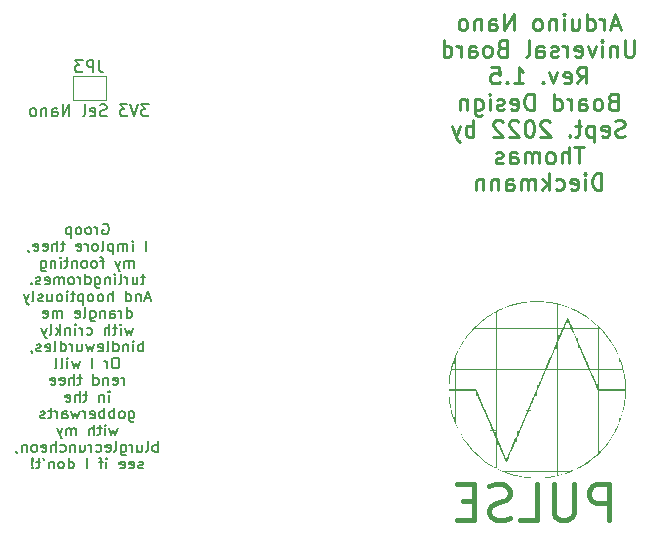
<source format=gbr>
G04 #@! TF.GenerationSoftware,KiCad,Pcbnew,6.0.7-f9a2dced07~116~ubuntu20.04.1*
G04 #@! TF.CreationDate,2022-09-05T17:51:23+02:00*
G04 #@! TF.ProjectId,TaupunktLuefter,54617570-756e-46b7-944c-756566746572,1.5*
G04 #@! TF.SameCoordinates,Original*
G04 #@! TF.FileFunction,Legend,Bot*
G04 #@! TF.FilePolarity,Positive*
%FSLAX46Y46*%
G04 Gerber Fmt 4.6, Leading zero omitted, Abs format (unit mm)*
G04 Created by KiCad (PCBNEW 6.0.7-f9a2dced07~116~ubuntu20.04.1) date 2022-09-05 17:51:23*
%MOMM*%
%LPD*%
G01*
G04 APERTURE LIST*
%ADD10C,0.150000*%
%ADD11C,0.400000*%
%ADD12C,0.250000*%
%ADD13C,0.120000*%
G04 APERTURE END LIST*
D10*
X59972380Y-35512400D02*
X60060000Y-35470495D01*
X60191428Y-35470495D01*
X60322857Y-35512400D01*
X60410476Y-35596209D01*
X60454285Y-35680019D01*
X60498095Y-35847638D01*
X60498095Y-35973352D01*
X60454285Y-36140971D01*
X60410476Y-36224780D01*
X60322857Y-36308590D01*
X60191428Y-36350495D01*
X60103809Y-36350495D01*
X59972380Y-36308590D01*
X59928571Y-36266685D01*
X59928571Y-35973352D01*
X60103809Y-35973352D01*
X59534285Y-36350495D02*
X59534285Y-35763828D01*
X59534285Y-35931447D02*
X59490476Y-35847638D01*
X59446666Y-35805733D01*
X59359047Y-35763828D01*
X59271428Y-35763828D01*
X58833333Y-36350495D02*
X58920952Y-36308590D01*
X58964761Y-36266685D01*
X59008571Y-36182876D01*
X59008571Y-35931447D01*
X58964761Y-35847638D01*
X58920952Y-35805733D01*
X58833333Y-35763828D01*
X58701904Y-35763828D01*
X58614285Y-35805733D01*
X58570476Y-35847638D01*
X58526666Y-35931447D01*
X58526666Y-36182876D01*
X58570476Y-36266685D01*
X58614285Y-36308590D01*
X58701904Y-36350495D01*
X58833333Y-36350495D01*
X58000952Y-36350495D02*
X58088571Y-36308590D01*
X58132380Y-36266685D01*
X58176190Y-36182876D01*
X58176190Y-35931447D01*
X58132380Y-35847638D01*
X58088571Y-35805733D01*
X58000952Y-35763828D01*
X57869523Y-35763828D01*
X57781904Y-35805733D01*
X57738095Y-35847638D01*
X57694285Y-35931447D01*
X57694285Y-36182876D01*
X57738095Y-36266685D01*
X57781904Y-36308590D01*
X57869523Y-36350495D01*
X58000952Y-36350495D01*
X57300000Y-35763828D02*
X57300000Y-36643828D01*
X57300000Y-35805733D02*
X57212380Y-35763828D01*
X57037142Y-35763828D01*
X56949523Y-35805733D01*
X56905714Y-35847638D01*
X56861904Y-35931447D01*
X56861904Y-36182876D01*
X56905714Y-36266685D01*
X56949523Y-36308590D01*
X57037142Y-36350495D01*
X57212380Y-36350495D01*
X57300000Y-36308590D01*
X63652380Y-37767295D02*
X63652380Y-36887295D01*
X62513333Y-37767295D02*
X62513333Y-37180628D01*
X62513333Y-36887295D02*
X62557142Y-36929200D01*
X62513333Y-36971104D01*
X62469523Y-36929200D01*
X62513333Y-36887295D01*
X62513333Y-36971104D01*
X62075238Y-37767295D02*
X62075238Y-37180628D01*
X62075238Y-37264438D02*
X62031428Y-37222533D01*
X61943809Y-37180628D01*
X61812380Y-37180628D01*
X61724761Y-37222533D01*
X61680952Y-37306342D01*
X61680952Y-37767295D01*
X61680952Y-37306342D02*
X61637142Y-37222533D01*
X61549523Y-37180628D01*
X61418095Y-37180628D01*
X61330476Y-37222533D01*
X61286666Y-37306342D01*
X61286666Y-37767295D01*
X60848571Y-37180628D02*
X60848571Y-38060628D01*
X60848571Y-37222533D02*
X60760952Y-37180628D01*
X60585714Y-37180628D01*
X60498095Y-37222533D01*
X60454285Y-37264438D01*
X60410476Y-37348247D01*
X60410476Y-37599676D01*
X60454285Y-37683485D01*
X60498095Y-37725390D01*
X60585714Y-37767295D01*
X60760952Y-37767295D01*
X60848571Y-37725390D01*
X59884761Y-37767295D02*
X59972380Y-37725390D01*
X60016190Y-37641580D01*
X60016190Y-36887295D01*
X59402857Y-37767295D02*
X59490476Y-37725390D01*
X59534285Y-37683485D01*
X59578095Y-37599676D01*
X59578095Y-37348247D01*
X59534285Y-37264438D01*
X59490476Y-37222533D01*
X59402857Y-37180628D01*
X59271428Y-37180628D01*
X59183809Y-37222533D01*
X59140000Y-37264438D01*
X59096190Y-37348247D01*
X59096190Y-37599676D01*
X59140000Y-37683485D01*
X59183809Y-37725390D01*
X59271428Y-37767295D01*
X59402857Y-37767295D01*
X58701904Y-37767295D02*
X58701904Y-37180628D01*
X58701904Y-37348247D02*
X58658095Y-37264438D01*
X58614285Y-37222533D01*
X58526666Y-37180628D01*
X58439047Y-37180628D01*
X57781904Y-37725390D02*
X57869523Y-37767295D01*
X58044761Y-37767295D01*
X58132380Y-37725390D01*
X58176190Y-37641580D01*
X58176190Y-37306342D01*
X58132380Y-37222533D01*
X58044761Y-37180628D01*
X57869523Y-37180628D01*
X57781904Y-37222533D01*
X57738095Y-37306342D01*
X57738095Y-37390152D01*
X58176190Y-37473961D01*
X56774285Y-37180628D02*
X56423809Y-37180628D01*
X56642857Y-36887295D02*
X56642857Y-37641580D01*
X56599047Y-37725390D01*
X56511428Y-37767295D01*
X56423809Y-37767295D01*
X56117142Y-37767295D02*
X56117142Y-36887295D01*
X55722857Y-37767295D02*
X55722857Y-37306342D01*
X55766666Y-37222533D01*
X55854285Y-37180628D01*
X55985714Y-37180628D01*
X56073333Y-37222533D01*
X56117142Y-37264438D01*
X54934285Y-37725390D02*
X55021904Y-37767295D01*
X55197142Y-37767295D01*
X55284761Y-37725390D01*
X55328571Y-37641580D01*
X55328571Y-37306342D01*
X55284761Y-37222533D01*
X55197142Y-37180628D01*
X55021904Y-37180628D01*
X54934285Y-37222533D01*
X54890476Y-37306342D01*
X54890476Y-37390152D01*
X55328571Y-37473961D01*
X54145714Y-37725390D02*
X54233333Y-37767295D01*
X54408571Y-37767295D01*
X54496190Y-37725390D01*
X54540000Y-37641580D01*
X54540000Y-37306342D01*
X54496190Y-37222533D01*
X54408571Y-37180628D01*
X54233333Y-37180628D01*
X54145714Y-37222533D01*
X54101904Y-37306342D01*
X54101904Y-37390152D01*
X54540000Y-37473961D01*
X53663809Y-37725390D02*
X53663809Y-37767295D01*
X53707619Y-37851104D01*
X53751428Y-37893009D01*
X62600952Y-39184095D02*
X62600952Y-38597428D01*
X62600952Y-38681238D02*
X62557142Y-38639333D01*
X62469523Y-38597428D01*
X62338095Y-38597428D01*
X62250476Y-38639333D01*
X62206666Y-38723142D01*
X62206666Y-39184095D01*
X62206666Y-38723142D02*
X62162857Y-38639333D01*
X62075238Y-38597428D01*
X61943809Y-38597428D01*
X61856190Y-38639333D01*
X61812380Y-38723142D01*
X61812380Y-39184095D01*
X61461904Y-38597428D02*
X61242857Y-39184095D01*
X61023809Y-38597428D02*
X61242857Y-39184095D01*
X61330476Y-39393619D01*
X61374285Y-39435523D01*
X61461904Y-39477428D01*
X60103809Y-38597428D02*
X59753333Y-38597428D01*
X59972380Y-39184095D02*
X59972380Y-38429809D01*
X59928571Y-38346000D01*
X59840952Y-38304095D01*
X59753333Y-38304095D01*
X59315238Y-39184095D02*
X59402857Y-39142190D01*
X59446666Y-39100285D01*
X59490476Y-39016476D01*
X59490476Y-38765047D01*
X59446666Y-38681238D01*
X59402857Y-38639333D01*
X59315238Y-38597428D01*
X59183809Y-38597428D01*
X59096190Y-38639333D01*
X59052380Y-38681238D01*
X59008571Y-38765047D01*
X59008571Y-39016476D01*
X59052380Y-39100285D01*
X59096190Y-39142190D01*
X59183809Y-39184095D01*
X59315238Y-39184095D01*
X58482857Y-39184095D02*
X58570476Y-39142190D01*
X58614285Y-39100285D01*
X58658095Y-39016476D01*
X58658095Y-38765047D01*
X58614285Y-38681238D01*
X58570476Y-38639333D01*
X58482857Y-38597428D01*
X58351428Y-38597428D01*
X58263809Y-38639333D01*
X58220000Y-38681238D01*
X58176190Y-38765047D01*
X58176190Y-39016476D01*
X58220000Y-39100285D01*
X58263809Y-39142190D01*
X58351428Y-39184095D01*
X58482857Y-39184095D01*
X57781904Y-38597428D02*
X57781904Y-39184095D01*
X57781904Y-38681238D02*
X57738095Y-38639333D01*
X57650476Y-38597428D01*
X57519047Y-38597428D01*
X57431428Y-38639333D01*
X57387619Y-38723142D01*
X57387619Y-39184095D01*
X57080952Y-38597428D02*
X56730476Y-38597428D01*
X56949523Y-38304095D02*
X56949523Y-39058380D01*
X56905714Y-39142190D01*
X56818095Y-39184095D01*
X56730476Y-39184095D01*
X56423809Y-39184095D02*
X56423809Y-38597428D01*
X56423809Y-38304095D02*
X56467619Y-38346000D01*
X56423809Y-38387904D01*
X56380000Y-38346000D01*
X56423809Y-38304095D01*
X56423809Y-38387904D01*
X55985714Y-38597428D02*
X55985714Y-39184095D01*
X55985714Y-38681238D02*
X55941904Y-38639333D01*
X55854285Y-38597428D01*
X55722857Y-38597428D01*
X55635238Y-38639333D01*
X55591428Y-38723142D01*
X55591428Y-39184095D01*
X54759047Y-38597428D02*
X54759047Y-39309809D01*
X54802857Y-39393619D01*
X54846666Y-39435523D01*
X54934285Y-39477428D01*
X55065714Y-39477428D01*
X55153333Y-39435523D01*
X54759047Y-39142190D02*
X54846666Y-39184095D01*
X55021904Y-39184095D01*
X55109523Y-39142190D01*
X55153333Y-39100285D01*
X55197142Y-39016476D01*
X55197142Y-38765047D01*
X55153333Y-38681238D01*
X55109523Y-38639333D01*
X55021904Y-38597428D01*
X54846666Y-38597428D01*
X54759047Y-38639333D01*
X63564761Y-40014228D02*
X63214285Y-40014228D01*
X63433333Y-39720895D02*
X63433333Y-40475180D01*
X63389523Y-40558990D01*
X63301904Y-40600895D01*
X63214285Y-40600895D01*
X62513333Y-40014228D02*
X62513333Y-40600895D01*
X62907619Y-40014228D02*
X62907619Y-40475180D01*
X62863809Y-40558990D01*
X62776190Y-40600895D01*
X62644761Y-40600895D01*
X62557142Y-40558990D01*
X62513333Y-40517085D01*
X62075238Y-40600895D02*
X62075238Y-40014228D01*
X62075238Y-40181847D02*
X62031428Y-40098038D01*
X61987619Y-40056133D01*
X61900000Y-40014228D01*
X61812380Y-40014228D01*
X61374285Y-40600895D02*
X61461904Y-40558990D01*
X61505714Y-40475180D01*
X61505714Y-39720895D01*
X61023809Y-40600895D02*
X61023809Y-40014228D01*
X61023809Y-39720895D02*
X61067619Y-39762800D01*
X61023809Y-39804704D01*
X60980000Y-39762800D01*
X61023809Y-39720895D01*
X61023809Y-39804704D01*
X60585714Y-40014228D02*
X60585714Y-40600895D01*
X60585714Y-40098038D02*
X60541904Y-40056133D01*
X60454285Y-40014228D01*
X60322857Y-40014228D01*
X60235238Y-40056133D01*
X60191428Y-40139942D01*
X60191428Y-40600895D01*
X59359047Y-40014228D02*
X59359047Y-40726609D01*
X59402857Y-40810419D01*
X59446666Y-40852323D01*
X59534285Y-40894228D01*
X59665714Y-40894228D01*
X59753333Y-40852323D01*
X59359047Y-40558990D02*
X59446666Y-40600895D01*
X59621904Y-40600895D01*
X59709523Y-40558990D01*
X59753333Y-40517085D01*
X59797142Y-40433276D01*
X59797142Y-40181847D01*
X59753333Y-40098038D01*
X59709523Y-40056133D01*
X59621904Y-40014228D01*
X59446666Y-40014228D01*
X59359047Y-40056133D01*
X58526666Y-40600895D02*
X58526666Y-39720895D01*
X58526666Y-40558990D02*
X58614285Y-40600895D01*
X58789523Y-40600895D01*
X58877142Y-40558990D01*
X58920952Y-40517085D01*
X58964761Y-40433276D01*
X58964761Y-40181847D01*
X58920952Y-40098038D01*
X58877142Y-40056133D01*
X58789523Y-40014228D01*
X58614285Y-40014228D01*
X58526666Y-40056133D01*
X58088571Y-40600895D02*
X58088571Y-40014228D01*
X58088571Y-40181847D02*
X58044761Y-40098038D01*
X58000952Y-40056133D01*
X57913333Y-40014228D01*
X57825714Y-40014228D01*
X57387619Y-40600895D02*
X57475238Y-40558990D01*
X57519047Y-40517085D01*
X57562857Y-40433276D01*
X57562857Y-40181847D01*
X57519047Y-40098038D01*
X57475238Y-40056133D01*
X57387619Y-40014228D01*
X57256190Y-40014228D01*
X57168571Y-40056133D01*
X57124761Y-40098038D01*
X57080952Y-40181847D01*
X57080952Y-40433276D01*
X57124761Y-40517085D01*
X57168571Y-40558990D01*
X57256190Y-40600895D01*
X57387619Y-40600895D01*
X56686666Y-40600895D02*
X56686666Y-40014228D01*
X56686666Y-40098038D02*
X56642857Y-40056133D01*
X56555238Y-40014228D01*
X56423809Y-40014228D01*
X56336190Y-40056133D01*
X56292380Y-40139942D01*
X56292380Y-40600895D01*
X56292380Y-40139942D02*
X56248571Y-40056133D01*
X56160952Y-40014228D01*
X56029523Y-40014228D01*
X55941904Y-40056133D01*
X55898095Y-40139942D01*
X55898095Y-40600895D01*
X55109523Y-40558990D02*
X55197142Y-40600895D01*
X55372380Y-40600895D01*
X55460000Y-40558990D01*
X55503809Y-40475180D01*
X55503809Y-40139942D01*
X55460000Y-40056133D01*
X55372380Y-40014228D01*
X55197142Y-40014228D01*
X55109523Y-40056133D01*
X55065714Y-40139942D01*
X55065714Y-40223752D01*
X55503809Y-40307561D01*
X54715238Y-40558990D02*
X54627619Y-40600895D01*
X54452380Y-40600895D01*
X54364761Y-40558990D01*
X54320952Y-40475180D01*
X54320952Y-40433276D01*
X54364761Y-40349466D01*
X54452380Y-40307561D01*
X54583809Y-40307561D01*
X54671428Y-40265657D01*
X54715238Y-40181847D01*
X54715238Y-40139942D01*
X54671428Y-40056133D01*
X54583809Y-40014228D01*
X54452380Y-40014228D01*
X54364761Y-40056133D01*
X53926666Y-40517085D02*
X53882857Y-40558990D01*
X53926666Y-40600895D01*
X53970476Y-40558990D01*
X53926666Y-40517085D01*
X53926666Y-40600895D01*
X64024761Y-41766266D02*
X63586666Y-41766266D01*
X64112380Y-42017695D02*
X63805714Y-41137695D01*
X63499047Y-42017695D01*
X63192380Y-41431028D02*
X63192380Y-42017695D01*
X63192380Y-41514838D02*
X63148571Y-41472933D01*
X63060952Y-41431028D01*
X62929523Y-41431028D01*
X62841904Y-41472933D01*
X62798095Y-41556742D01*
X62798095Y-42017695D01*
X61965714Y-42017695D02*
X61965714Y-41137695D01*
X61965714Y-41975790D02*
X62053333Y-42017695D01*
X62228571Y-42017695D01*
X62316190Y-41975790D01*
X62360000Y-41933885D01*
X62403809Y-41850076D01*
X62403809Y-41598647D01*
X62360000Y-41514838D01*
X62316190Y-41472933D01*
X62228571Y-41431028D01*
X62053333Y-41431028D01*
X61965714Y-41472933D01*
X60826666Y-42017695D02*
X60826666Y-41137695D01*
X60432380Y-42017695D02*
X60432380Y-41556742D01*
X60476190Y-41472933D01*
X60563809Y-41431028D01*
X60695238Y-41431028D01*
X60782857Y-41472933D01*
X60826666Y-41514838D01*
X59862857Y-42017695D02*
X59950476Y-41975790D01*
X59994285Y-41933885D01*
X60038095Y-41850076D01*
X60038095Y-41598647D01*
X59994285Y-41514838D01*
X59950476Y-41472933D01*
X59862857Y-41431028D01*
X59731428Y-41431028D01*
X59643809Y-41472933D01*
X59600000Y-41514838D01*
X59556190Y-41598647D01*
X59556190Y-41850076D01*
X59600000Y-41933885D01*
X59643809Y-41975790D01*
X59731428Y-42017695D01*
X59862857Y-42017695D01*
X59030476Y-42017695D02*
X59118095Y-41975790D01*
X59161904Y-41933885D01*
X59205714Y-41850076D01*
X59205714Y-41598647D01*
X59161904Y-41514838D01*
X59118095Y-41472933D01*
X59030476Y-41431028D01*
X58899047Y-41431028D01*
X58811428Y-41472933D01*
X58767619Y-41514838D01*
X58723809Y-41598647D01*
X58723809Y-41850076D01*
X58767619Y-41933885D01*
X58811428Y-41975790D01*
X58899047Y-42017695D01*
X59030476Y-42017695D01*
X58329523Y-41431028D02*
X58329523Y-42311028D01*
X58329523Y-41472933D02*
X58241904Y-41431028D01*
X58066666Y-41431028D01*
X57979047Y-41472933D01*
X57935238Y-41514838D01*
X57891428Y-41598647D01*
X57891428Y-41850076D01*
X57935238Y-41933885D01*
X57979047Y-41975790D01*
X58066666Y-42017695D01*
X58241904Y-42017695D01*
X58329523Y-41975790D01*
X57628571Y-41431028D02*
X57278095Y-41431028D01*
X57497142Y-41137695D02*
X57497142Y-41891980D01*
X57453333Y-41975790D01*
X57365714Y-42017695D01*
X57278095Y-42017695D01*
X56971428Y-42017695D02*
X56971428Y-41431028D01*
X56971428Y-41137695D02*
X57015238Y-41179600D01*
X56971428Y-41221504D01*
X56927619Y-41179600D01*
X56971428Y-41137695D01*
X56971428Y-41221504D01*
X56401904Y-42017695D02*
X56489523Y-41975790D01*
X56533333Y-41933885D01*
X56577142Y-41850076D01*
X56577142Y-41598647D01*
X56533333Y-41514838D01*
X56489523Y-41472933D01*
X56401904Y-41431028D01*
X56270476Y-41431028D01*
X56182857Y-41472933D01*
X56139047Y-41514838D01*
X56095238Y-41598647D01*
X56095238Y-41850076D01*
X56139047Y-41933885D01*
X56182857Y-41975790D01*
X56270476Y-42017695D01*
X56401904Y-42017695D01*
X55306666Y-41431028D02*
X55306666Y-42017695D01*
X55700952Y-41431028D02*
X55700952Y-41891980D01*
X55657142Y-41975790D01*
X55569523Y-42017695D01*
X55438095Y-42017695D01*
X55350476Y-41975790D01*
X55306666Y-41933885D01*
X54912380Y-41975790D02*
X54824761Y-42017695D01*
X54649523Y-42017695D01*
X54561904Y-41975790D01*
X54518095Y-41891980D01*
X54518095Y-41850076D01*
X54561904Y-41766266D01*
X54649523Y-41724361D01*
X54780952Y-41724361D01*
X54868571Y-41682457D01*
X54912380Y-41598647D01*
X54912380Y-41556742D01*
X54868571Y-41472933D01*
X54780952Y-41431028D01*
X54649523Y-41431028D01*
X54561904Y-41472933D01*
X53992380Y-42017695D02*
X54080000Y-41975790D01*
X54123809Y-41891980D01*
X54123809Y-41137695D01*
X53729523Y-41431028D02*
X53510476Y-42017695D01*
X53291428Y-41431028D02*
X53510476Y-42017695D01*
X53598095Y-42227219D01*
X53641904Y-42269123D01*
X53729523Y-42311028D01*
X62009523Y-43434495D02*
X62009523Y-42554495D01*
X62009523Y-43392590D02*
X62097142Y-43434495D01*
X62272380Y-43434495D01*
X62360000Y-43392590D01*
X62403809Y-43350685D01*
X62447619Y-43266876D01*
X62447619Y-43015447D01*
X62403809Y-42931638D01*
X62360000Y-42889733D01*
X62272380Y-42847828D01*
X62097142Y-42847828D01*
X62009523Y-42889733D01*
X61571428Y-43434495D02*
X61571428Y-42847828D01*
X61571428Y-43015447D02*
X61527619Y-42931638D01*
X61483809Y-42889733D01*
X61396190Y-42847828D01*
X61308571Y-42847828D01*
X60607619Y-43434495D02*
X60607619Y-42973542D01*
X60651428Y-42889733D01*
X60739047Y-42847828D01*
X60914285Y-42847828D01*
X61001904Y-42889733D01*
X60607619Y-43392590D02*
X60695238Y-43434495D01*
X60914285Y-43434495D01*
X61001904Y-43392590D01*
X61045714Y-43308780D01*
X61045714Y-43224971D01*
X61001904Y-43141161D01*
X60914285Y-43099257D01*
X60695238Y-43099257D01*
X60607619Y-43057352D01*
X60169523Y-42847828D02*
X60169523Y-43434495D01*
X60169523Y-42931638D02*
X60125714Y-42889733D01*
X60038095Y-42847828D01*
X59906666Y-42847828D01*
X59819047Y-42889733D01*
X59775238Y-42973542D01*
X59775238Y-43434495D01*
X58942857Y-42847828D02*
X58942857Y-43560209D01*
X58986666Y-43644019D01*
X59030476Y-43685923D01*
X59118095Y-43727828D01*
X59249523Y-43727828D01*
X59337142Y-43685923D01*
X58942857Y-43392590D02*
X59030476Y-43434495D01*
X59205714Y-43434495D01*
X59293333Y-43392590D01*
X59337142Y-43350685D01*
X59380952Y-43266876D01*
X59380952Y-43015447D01*
X59337142Y-42931638D01*
X59293333Y-42889733D01*
X59205714Y-42847828D01*
X59030476Y-42847828D01*
X58942857Y-42889733D01*
X58373333Y-43434495D02*
X58460952Y-43392590D01*
X58504761Y-43308780D01*
X58504761Y-42554495D01*
X57672380Y-43392590D02*
X57760000Y-43434495D01*
X57935238Y-43434495D01*
X58022857Y-43392590D01*
X58066666Y-43308780D01*
X58066666Y-42973542D01*
X58022857Y-42889733D01*
X57935238Y-42847828D01*
X57760000Y-42847828D01*
X57672380Y-42889733D01*
X57628571Y-42973542D01*
X57628571Y-43057352D01*
X58066666Y-43141161D01*
X56533333Y-43434495D02*
X56533333Y-42847828D01*
X56533333Y-42931638D02*
X56489523Y-42889733D01*
X56401904Y-42847828D01*
X56270476Y-42847828D01*
X56182857Y-42889733D01*
X56139047Y-42973542D01*
X56139047Y-43434495D01*
X56139047Y-42973542D02*
X56095238Y-42889733D01*
X56007619Y-42847828D01*
X55876190Y-42847828D01*
X55788571Y-42889733D01*
X55744761Y-42973542D01*
X55744761Y-43434495D01*
X54956190Y-43392590D02*
X55043809Y-43434495D01*
X55219047Y-43434495D01*
X55306666Y-43392590D01*
X55350476Y-43308780D01*
X55350476Y-42973542D01*
X55306666Y-42889733D01*
X55219047Y-42847828D01*
X55043809Y-42847828D01*
X54956190Y-42889733D01*
X54912380Y-42973542D01*
X54912380Y-43057352D01*
X55350476Y-43141161D01*
X62557142Y-44264628D02*
X62381904Y-44851295D01*
X62206666Y-44432247D01*
X62031428Y-44851295D01*
X61856190Y-44264628D01*
X61505714Y-44851295D02*
X61505714Y-44264628D01*
X61505714Y-43971295D02*
X61549523Y-44013200D01*
X61505714Y-44055104D01*
X61461904Y-44013200D01*
X61505714Y-43971295D01*
X61505714Y-44055104D01*
X61199047Y-44264628D02*
X60848571Y-44264628D01*
X61067619Y-43971295D02*
X61067619Y-44725580D01*
X61023809Y-44809390D01*
X60936190Y-44851295D01*
X60848571Y-44851295D01*
X60541904Y-44851295D02*
X60541904Y-43971295D01*
X60147619Y-44851295D02*
X60147619Y-44390342D01*
X60191428Y-44306533D01*
X60279047Y-44264628D01*
X60410476Y-44264628D01*
X60498095Y-44306533D01*
X60541904Y-44348438D01*
X58614285Y-44809390D02*
X58701904Y-44851295D01*
X58877142Y-44851295D01*
X58964761Y-44809390D01*
X59008571Y-44767485D01*
X59052380Y-44683676D01*
X59052380Y-44432247D01*
X59008571Y-44348438D01*
X58964761Y-44306533D01*
X58877142Y-44264628D01*
X58701904Y-44264628D01*
X58614285Y-44306533D01*
X58220000Y-44851295D02*
X58220000Y-44264628D01*
X58220000Y-44432247D02*
X58176190Y-44348438D01*
X58132380Y-44306533D01*
X58044761Y-44264628D01*
X57957142Y-44264628D01*
X57650476Y-44851295D02*
X57650476Y-44264628D01*
X57650476Y-43971295D02*
X57694285Y-44013200D01*
X57650476Y-44055104D01*
X57606666Y-44013200D01*
X57650476Y-43971295D01*
X57650476Y-44055104D01*
X57212380Y-44264628D02*
X57212380Y-44851295D01*
X57212380Y-44348438D02*
X57168571Y-44306533D01*
X57080952Y-44264628D01*
X56949523Y-44264628D01*
X56861904Y-44306533D01*
X56818095Y-44390342D01*
X56818095Y-44851295D01*
X56380000Y-44851295D02*
X56380000Y-43971295D01*
X56292380Y-44516057D02*
X56029523Y-44851295D01*
X56029523Y-44264628D02*
X56380000Y-44599866D01*
X55503809Y-44851295D02*
X55591428Y-44809390D01*
X55635238Y-44725580D01*
X55635238Y-43971295D01*
X55240952Y-44264628D02*
X55021904Y-44851295D01*
X54802857Y-44264628D02*
X55021904Y-44851295D01*
X55109523Y-45060819D01*
X55153333Y-45102723D01*
X55240952Y-45144628D01*
X63389523Y-46268095D02*
X63389523Y-45388095D01*
X63389523Y-45723333D02*
X63301904Y-45681428D01*
X63126666Y-45681428D01*
X63039047Y-45723333D01*
X62995238Y-45765238D01*
X62951428Y-45849047D01*
X62951428Y-46100476D01*
X62995238Y-46184285D01*
X63039047Y-46226190D01*
X63126666Y-46268095D01*
X63301904Y-46268095D01*
X63389523Y-46226190D01*
X62557142Y-46268095D02*
X62557142Y-45681428D01*
X62557142Y-45388095D02*
X62600952Y-45430000D01*
X62557142Y-45471904D01*
X62513333Y-45430000D01*
X62557142Y-45388095D01*
X62557142Y-45471904D01*
X62119047Y-45681428D02*
X62119047Y-46268095D01*
X62119047Y-45765238D02*
X62075238Y-45723333D01*
X61987619Y-45681428D01*
X61856190Y-45681428D01*
X61768571Y-45723333D01*
X61724761Y-45807142D01*
X61724761Y-46268095D01*
X60892380Y-46268095D02*
X60892380Y-45388095D01*
X60892380Y-46226190D02*
X60980000Y-46268095D01*
X61155238Y-46268095D01*
X61242857Y-46226190D01*
X61286666Y-46184285D01*
X61330476Y-46100476D01*
X61330476Y-45849047D01*
X61286666Y-45765238D01*
X61242857Y-45723333D01*
X61155238Y-45681428D01*
X60980000Y-45681428D01*
X60892380Y-45723333D01*
X60322857Y-46268095D02*
X60410476Y-46226190D01*
X60454285Y-46142380D01*
X60454285Y-45388095D01*
X59621904Y-46226190D02*
X59709523Y-46268095D01*
X59884761Y-46268095D01*
X59972380Y-46226190D01*
X60016190Y-46142380D01*
X60016190Y-45807142D01*
X59972380Y-45723333D01*
X59884761Y-45681428D01*
X59709523Y-45681428D01*
X59621904Y-45723333D01*
X59578095Y-45807142D01*
X59578095Y-45890952D01*
X60016190Y-45974761D01*
X59271428Y-45681428D02*
X59096190Y-46268095D01*
X58920952Y-45849047D01*
X58745714Y-46268095D01*
X58570476Y-45681428D01*
X57825714Y-45681428D02*
X57825714Y-46268095D01*
X58220000Y-45681428D02*
X58220000Y-46142380D01*
X58176190Y-46226190D01*
X58088571Y-46268095D01*
X57957142Y-46268095D01*
X57869523Y-46226190D01*
X57825714Y-46184285D01*
X57387619Y-46268095D02*
X57387619Y-45681428D01*
X57387619Y-45849047D02*
X57343809Y-45765238D01*
X57300000Y-45723333D01*
X57212380Y-45681428D01*
X57124761Y-45681428D01*
X56423809Y-46268095D02*
X56423809Y-45388095D01*
X56423809Y-46226190D02*
X56511428Y-46268095D01*
X56686666Y-46268095D01*
X56774285Y-46226190D01*
X56818095Y-46184285D01*
X56861904Y-46100476D01*
X56861904Y-45849047D01*
X56818095Y-45765238D01*
X56774285Y-45723333D01*
X56686666Y-45681428D01*
X56511428Y-45681428D01*
X56423809Y-45723333D01*
X55854285Y-46268095D02*
X55941904Y-46226190D01*
X55985714Y-46142380D01*
X55985714Y-45388095D01*
X55153333Y-46226190D02*
X55240952Y-46268095D01*
X55416190Y-46268095D01*
X55503809Y-46226190D01*
X55547619Y-46142380D01*
X55547619Y-45807142D01*
X55503809Y-45723333D01*
X55416190Y-45681428D01*
X55240952Y-45681428D01*
X55153333Y-45723333D01*
X55109523Y-45807142D01*
X55109523Y-45890952D01*
X55547619Y-45974761D01*
X54759047Y-46226190D02*
X54671428Y-46268095D01*
X54496190Y-46268095D01*
X54408571Y-46226190D01*
X54364761Y-46142380D01*
X54364761Y-46100476D01*
X54408571Y-46016666D01*
X54496190Y-45974761D01*
X54627619Y-45974761D01*
X54715238Y-45932857D01*
X54759047Y-45849047D01*
X54759047Y-45807142D01*
X54715238Y-45723333D01*
X54627619Y-45681428D01*
X54496190Y-45681428D01*
X54408571Y-45723333D01*
X53926666Y-46226190D02*
X53926666Y-46268095D01*
X53970476Y-46351904D01*
X54014285Y-46393809D01*
X61155238Y-46804895D02*
X60980000Y-46804895D01*
X60892380Y-46846800D01*
X60804761Y-46930609D01*
X60760952Y-47098228D01*
X60760952Y-47391561D01*
X60804761Y-47559180D01*
X60892380Y-47642990D01*
X60980000Y-47684895D01*
X61155238Y-47684895D01*
X61242857Y-47642990D01*
X61330476Y-47559180D01*
X61374285Y-47391561D01*
X61374285Y-47098228D01*
X61330476Y-46930609D01*
X61242857Y-46846800D01*
X61155238Y-46804895D01*
X60366666Y-47684895D02*
X60366666Y-47098228D01*
X60366666Y-47265847D02*
X60322857Y-47182038D01*
X60279047Y-47140133D01*
X60191428Y-47098228D01*
X60103809Y-47098228D01*
X59096190Y-47684895D02*
X59096190Y-46804895D01*
X58044761Y-47098228D02*
X57869523Y-47684895D01*
X57694285Y-47265847D01*
X57519047Y-47684895D01*
X57343809Y-47098228D01*
X56993333Y-47684895D02*
X56993333Y-47098228D01*
X56993333Y-46804895D02*
X57037142Y-46846800D01*
X56993333Y-46888704D01*
X56949523Y-46846800D01*
X56993333Y-46804895D01*
X56993333Y-46888704D01*
X56423809Y-47684895D02*
X56511428Y-47642990D01*
X56555238Y-47559180D01*
X56555238Y-46804895D01*
X55941904Y-47684895D02*
X56029523Y-47642990D01*
X56073333Y-47559180D01*
X56073333Y-46804895D01*
X61790476Y-49101695D02*
X61790476Y-48515028D01*
X61790476Y-48682647D02*
X61746666Y-48598838D01*
X61702857Y-48556933D01*
X61615238Y-48515028D01*
X61527619Y-48515028D01*
X60870476Y-49059790D02*
X60958095Y-49101695D01*
X61133333Y-49101695D01*
X61220952Y-49059790D01*
X61264761Y-48975980D01*
X61264761Y-48640742D01*
X61220952Y-48556933D01*
X61133333Y-48515028D01*
X60958095Y-48515028D01*
X60870476Y-48556933D01*
X60826666Y-48640742D01*
X60826666Y-48724552D01*
X61264761Y-48808361D01*
X60432380Y-48515028D02*
X60432380Y-49101695D01*
X60432380Y-48598838D02*
X60388571Y-48556933D01*
X60300952Y-48515028D01*
X60169523Y-48515028D01*
X60081904Y-48556933D01*
X60038095Y-48640742D01*
X60038095Y-49101695D01*
X59205714Y-49101695D02*
X59205714Y-48221695D01*
X59205714Y-49059790D02*
X59293333Y-49101695D01*
X59468571Y-49101695D01*
X59556190Y-49059790D01*
X59600000Y-49017885D01*
X59643809Y-48934076D01*
X59643809Y-48682647D01*
X59600000Y-48598838D01*
X59556190Y-48556933D01*
X59468571Y-48515028D01*
X59293333Y-48515028D01*
X59205714Y-48556933D01*
X58198095Y-48515028D02*
X57847619Y-48515028D01*
X58066666Y-48221695D02*
X58066666Y-48975980D01*
X58022857Y-49059790D01*
X57935238Y-49101695D01*
X57847619Y-49101695D01*
X57540952Y-49101695D02*
X57540952Y-48221695D01*
X57146666Y-49101695D02*
X57146666Y-48640742D01*
X57190476Y-48556933D01*
X57278095Y-48515028D01*
X57409523Y-48515028D01*
X57497142Y-48556933D01*
X57540952Y-48598838D01*
X56358095Y-49059790D02*
X56445714Y-49101695D01*
X56620952Y-49101695D01*
X56708571Y-49059790D01*
X56752380Y-48975980D01*
X56752380Y-48640742D01*
X56708571Y-48556933D01*
X56620952Y-48515028D01*
X56445714Y-48515028D01*
X56358095Y-48556933D01*
X56314285Y-48640742D01*
X56314285Y-48724552D01*
X56752380Y-48808361D01*
X55569523Y-49059790D02*
X55657142Y-49101695D01*
X55832380Y-49101695D01*
X55920000Y-49059790D01*
X55963809Y-48975980D01*
X55963809Y-48640742D01*
X55920000Y-48556933D01*
X55832380Y-48515028D01*
X55657142Y-48515028D01*
X55569523Y-48556933D01*
X55525714Y-48640742D01*
X55525714Y-48724552D01*
X55963809Y-48808361D01*
X60520000Y-50518495D02*
X60520000Y-49931828D01*
X60520000Y-49638495D02*
X60563809Y-49680400D01*
X60520000Y-49722304D01*
X60476190Y-49680400D01*
X60520000Y-49638495D01*
X60520000Y-49722304D01*
X60081904Y-49931828D02*
X60081904Y-50518495D01*
X60081904Y-50015638D02*
X60038095Y-49973733D01*
X59950476Y-49931828D01*
X59819047Y-49931828D01*
X59731428Y-49973733D01*
X59687619Y-50057542D01*
X59687619Y-50518495D01*
X58680000Y-49931828D02*
X58329523Y-49931828D01*
X58548571Y-49638495D02*
X58548571Y-50392780D01*
X58504761Y-50476590D01*
X58417142Y-50518495D01*
X58329523Y-50518495D01*
X58022857Y-50518495D02*
X58022857Y-49638495D01*
X57628571Y-50518495D02*
X57628571Y-50057542D01*
X57672380Y-49973733D01*
X57760000Y-49931828D01*
X57891428Y-49931828D01*
X57979047Y-49973733D01*
X58022857Y-50015638D01*
X56840000Y-50476590D02*
X56927619Y-50518495D01*
X57102857Y-50518495D01*
X57190476Y-50476590D01*
X57234285Y-50392780D01*
X57234285Y-50057542D01*
X57190476Y-49973733D01*
X57102857Y-49931828D01*
X56927619Y-49931828D01*
X56840000Y-49973733D01*
X56796190Y-50057542D01*
X56796190Y-50141352D01*
X57234285Y-50225161D01*
X62228571Y-51348628D02*
X62228571Y-52061009D01*
X62272380Y-52144819D01*
X62316190Y-52186723D01*
X62403809Y-52228628D01*
X62535238Y-52228628D01*
X62622857Y-52186723D01*
X62228571Y-51893390D02*
X62316190Y-51935295D01*
X62491428Y-51935295D01*
X62579047Y-51893390D01*
X62622857Y-51851485D01*
X62666666Y-51767676D01*
X62666666Y-51516247D01*
X62622857Y-51432438D01*
X62579047Y-51390533D01*
X62491428Y-51348628D01*
X62316190Y-51348628D01*
X62228571Y-51390533D01*
X61659047Y-51935295D02*
X61746666Y-51893390D01*
X61790476Y-51851485D01*
X61834285Y-51767676D01*
X61834285Y-51516247D01*
X61790476Y-51432438D01*
X61746666Y-51390533D01*
X61659047Y-51348628D01*
X61527619Y-51348628D01*
X61440000Y-51390533D01*
X61396190Y-51432438D01*
X61352380Y-51516247D01*
X61352380Y-51767676D01*
X61396190Y-51851485D01*
X61440000Y-51893390D01*
X61527619Y-51935295D01*
X61659047Y-51935295D01*
X60958095Y-51935295D02*
X60958095Y-51055295D01*
X60958095Y-51390533D02*
X60870476Y-51348628D01*
X60695238Y-51348628D01*
X60607619Y-51390533D01*
X60563809Y-51432438D01*
X60520000Y-51516247D01*
X60520000Y-51767676D01*
X60563809Y-51851485D01*
X60607619Y-51893390D01*
X60695238Y-51935295D01*
X60870476Y-51935295D01*
X60958095Y-51893390D01*
X60125714Y-51935295D02*
X60125714Y-51055295D01*
X60125714Y-51390533D02*
X60038095Y-51348628D01*
X59862857Y-51348628D01*
X59775238Y-51390533D01*
X59731428Y-51432438D01*
X59687619Y-51516247D01*
X59687619Y-51767676D01*
X59731428Y-51851485D01*
X59775238Y-51893390D01*
X59862857Y-51935295D01*
X60038095Y-51935295D01*
X60125714Y-51893390D01*
X58942857Y-51893390D02*
X59030476Y-51935295D01*
X59205714Y-51935295D01*
X59293333Y-51893390D01*
X59337142Y-51809580D01*
X59337142Y-51474342D01*
X59293333Y-51390533D01*
X59205714Y-51348628D01*
X59030476Y-51348628D01*
X58942857Y-51390533D01*
X58899047Y-51474342D01*
X58899047Y-51558152D01*
X59337142Y-51641961D01*
X58504761Y-51935295D02*
X58504761Y-51348628D01*
X58504761Y-51516247D02*
X58460952Y-51432438D01*
X58417142Y-51390533D01*
X58329523Y-51348628D01*
X58241904Y-51348628D01*
X58022857Y-51348628D02*
X57847619Y-51935295D01*
X57672380Y-51516247D01*
X57497142Y-51935295D01*
X57321904Y-51348628D01*
X56577142Y-51935295D02*
X56577142Y-51474342D01*
X56620952Y-51390533D01*
X56708571Y-51348628D01*
X56883809Y-51348628D01*
X56971428Y-51390533D01*
X56577142Y-51893390D02*
X56664761Y-51935295D01*
X56883809Y-51935295D01*
X56971428Y-51893390D01*
X57015238Y-51809580D01*
X57015238Y-51725771D01*
X56971428Y-51641961D01*
X56883809Y-51600057D01*
X56664761Y-51600057D01*
X56577142Y-51558152D01*
X56139047Y-51935295D02*
X56139047Y-51348628D01*
X56139047Y-51516247D02*
X56095238Y-51432438D01*
X56051428Y-51390533D01*
X55963809Y-51348628D01*
X55876190Y-51348628D01*
X55700952Y-51348628D02*
X55350476Y-51348628D01*
X55569523Y-51055295D02*
X55569523Y-51809580D01*
X55525714Y-51893390D01*
X55438095Y-51935295D01*
X55350476Y-51935295D01*
X55087619Y-51893390D02*
X55000000Y-51935295D01*
X54824761Y-51935295D01*
X54737142Y-51893390D01*
X54693333Y-51809580D01*
X54693333Y-51767676D01*
X54737142Y-51683866D01*
X54824761Y-51641961D01*
X54956190Y-51641961D01*
X55043809Y-51600057D01*
X55087619Y-51516247D01*
X55087619Y-51474342D01*
X55043809Y-51390533D01*
X54956190Y-51348628D01*
X54824761Y-51348628D01*
X54737142Y-51390533D01*
X61242857Y-52765428D02*
X61067619Y-53352095D01*
X60892380Y-52933047D01*
X60717142Y-53352095D01*
X60541904Y-52765428D01*
X60191428Y-53352095D02*
X60191428Y-52765428D01*
X60191428Y-52472095D02*
X60235238Y-52514000D01*
X60191428Y-52555904D01*
X60147619Y-52514000D01*
X60191428Y-52472095D01*
X60191428Y-52555904D01*
X59884761Y-52765428D02*
X59534285Y-52765428D01*
X59753333Y-52472095D02*
X59753333Y-53226380D01*
X59709523Y-53310190D01*
X59621904Y-53352095D01*
X59534285Y-53352095D01*
X59227619Y-53352095D02*
X59227619Y-52472095D01*
X58833333Y-53352095D02*
X58833333Y-52891142D01*
X58877142Y-52807333D01*
X58964761Y-52765428D01*
X59096190Y-52765428D01*
X59183809Y-52807333D01*
X59227619Y-52849238D01*
X57694285Y-53352095D02*
X57694285Y-52765428D01*
X57694285Y-52849238D02*
X57650476Y-52807333D01*
X57562857Y-52765428D01*
X57431428Y-52765428D01*
X57343809Y-52807333D01*
X57300000Y-52891142D01*
X57300000Y-53352095D01*
X57300000Y-52891142D02*
X57256190Y-52807333D01*
X57168571Y-52765428D01*
X57037142Y-52765428D01*
X56949523Y-52807333D01*
X56905714Y-52891142D01*
X56905714Y-53352095D01*
X56555238Y-52765428D02*
X56336190Y-53352095D01*
X56117142Y-52765428D02*
X56336190Y-53352095D01*
X56423809Y-53561619D01*
X56467619Y-53603523D01*
X56555238Y-53645428D01*
X64638095Y-54768895D02*
X64638095Y-53888895D01*
X64638095Y-54224133D02*
X64550476Y-54182228D01*
X64375238Y-54182228D01*
X64287619Y-54224133D01*
X64243809Y-54266038D01*
X64200000Y-54349847D01*
X64200000Y-54601276D01*
X64243809Y-54685085D01*
X64287619Y-54726990D01*
X64375238Y-54768895D01*
X64550476Y-54768895D01*
X64638095Y-54726990D01*
X63674285Y-54768895D02*
X63761904Y-54726990D01*
X63805714Y-54643180D01*
X63805714Y-53888895D01*
X62929523Y-54182228D02*
X62929523Y-54768895D01*
X63323809Y-54182228D02*
X63323809Y-54643180D01*
X63280000Y-54726990D01*
X63192380Y-54768895D01*
X63060952Y-54768895D01*
X62973333Y-54726990D01*
X62929523Y-54685085D01*
X62491428Y-54768895D02*
X62491428Y-54182228D01*
X62491428Y-54349847D02*
X62447619Y-54266038D01*
X62403809Y-54224133D01*
X62316190Y-54182228D01*
X62228571Y-54182228D01*
X61527619Y-54182228D02*
X61527619Y-54894609D01*
X61571428Y-54978419D01*
X61615238Y-55020323D01*
X61702857Y-55062228D01*
X61834285Y-55062228D01*
X61921904Y-55020323D01*
X61527619Y-54726990D02*
X61615238Y-54768895D01*
X61790476Y-54768895D01*
X61878095Y-54726990D01*
X61921904Y-54685085D01*
X61965714Y-54601276D01*
X61965714Y-54349847D01*
X61921904Y-54266038D01*
X61878095Y-54224133D01*
X61790476Y-54182228D01*
X61615238Y-54182228D01*
X61527619Y-54224133D01*
X60958095Y-54768895D02*
X61045714Y-54726990D01*
X61089523Y-54643180D01*
X61089523Y-53888895D01*
X60257142Y-54726990D02*
X60344761Y-54768895D01*
X60520000Y-54768895D01*
X60607619Y-54726990D01*
X60651428Y-54643180D01*
X60651428Y-54307942D01*
X60607619Y-54224133D01*
X60520000Y-54182228D01*
X60344761Y-54182228D01*
X60257142Y-54224133D01*
X60213333Y-54307942D01*
X60213333Y-54391752D01*
X60651428Y-54475561D01*
X59424761Y-54726990D02*
X59512380Y-54768895D01*
X59687619Y-54768895D01*
X59775238Y-54726990D01*
X59819047Y-54685085D01*
X59862857Y-54601276D01*
X59862857Y-54349847D01*
X59819047Y-54266038D01*
X59775238Y-54224133D01*
X59687619Y-54182228D01*
X59512380Y-54182228D01*
X59424761Y-54224133D01*
X59030476Y-54768895D02*
X59030476Y-54182228D01*
X59030476Y-54349847D02*
X58986666Y-54266038D01*
X58942857Y-54224133D01*
X58855238Y-54182228D01*
X58767619Y-54182228D01*
X58066666Y-54182228D02*
X58066666Y-54768895D01*
X58460952Y-54182228D02*
X58460952Y-54643180D01*
X58417142Y-54726990D01*
X58329523Y-54768895D01*
X58198095Y-54768895D01*
X58110476Y-54726990D01*
X58066666Y-54685085D01*
X57628571Y-54182228D02*
X57628571Y-54768895D01*
X57628571Y-54266038D02*
X57584761Y-54224133D01*
X57497142Y-54182228D01*
X57365714Y-54182228D01*
X57278095Y-54224133D01*
X57234285Y-54307942D01*
X57234285Y-54768895D01*
X56401904Y-54726990D02*
X56489523Y-54768895D01*
X56664761Y-54768895D01*
X56752380Y-54726990D01*
X56796190Y-54685085D01*
X56840000Y-54601276D01*
X56840000Y-54349847D01*
X56796190Y-54266038D01*
X56752380Y-54224133D01*
X56664761Y-54182228D01*
X56489523Y-54182228D01*
X56401904Y-54224133D01*
X56007619Y-54768895D02*
X56007619Y-53888895D01*
X55613333Y-54768895D02*
X55613333Y-54307942D01*
X55657142Y-54224133D01*
X55744761Y-54182228D01*
X55876190Y-54182228D01*
X55963809Y-54224133D01*
X56007619Y-54266038D01*
X54824761Y-54726990D02*
X54912380Y-54768895D01*
X55087619Y-54768895D01*
X55175238Y-54726990D01*
X55219047Y-54643180D01*
X55219047Y-54307942D01*
X55175238Y-54224133D01*
X55087619Y-54182228D01*
X54912380Y-54182228D01*
X54824761Y-54224133D01*
X54780952Y-54307942D01*
X54780952Y-54391752D01*
X55219047Y-54475561D01*
X54255238Y-54768895D02*
X54342857Y-54726990D01*
X54386666Y-54685085D01*
X54430476Y-54601276D01*
X54430476Y-54349847D01*
X54386666Y-54266038D01*
X54342857Y-54224133D01*
X54255238Y-54182228D01*
X54123809Y-54182228D01*
X54036190Y-54224133D01*
X53992380Y-54266038D01*
X53948571Y-54349847D01*
X53948571Y-54601276D01*
X53992380Y-54685085D01*
X54036190Y-54726990D01*
X54123809Y-54768895D01*
X54255238Y-54768895D01*
X53554285Y-54182228D02*
X53554285Y-54768895D01*
X53554285Y-54266038D02*
X53510476Y-54224133D01*
X53422857Y-54182228D01*
X53291428Y-54182228D01*
X53203809Y-54224133D01*
X53160000Y-54307942D01*
X53160000Y-54768895D01*
X52678095Y-54726990D02*
X52678095Y-54768895D01*
X52721904Y-54852704D01*
X52765714Y-54894609D01*
X63367619Y-56143790D02*
X63280000Y-56185695D01*
X63104761Y-56185695D01*
X63017142Y-56143790D01*
X62973333Y-56059980D01*
X62973333Y-56018076D01*
X63017142Y-55934266D01*
X63104761Y-55892361D01*
X63236190Y-55892361D01*
X63323809Y-55850457D01*
X63367619Y-55766647D01*
X63367619Y-55724742D01*
X63323809Y-55640933D01*
X63236190Y-55599028D01*
X63104761Y-55599028D01*
X63017142Y-55640933D01*
X62228571Y-56143790D02*
X62316190Y-56185695D01*
X62491428Y-56185695D01*
X62579047Y-56143790D01*
X62622857Y-56059980D01*
X62622857Y-55724742D01*
X62579047Y-55640933D01*
X62491428Y-55599028D01*
X62316190Y-55599028D01*
X62228571Y-55640933D01*
X62184761Y-55724742D01*
X62184761Y-55808552D01*
X62622857Y-55892361D01*
X61440000Y-56143790D02*
X61527619Y-56185695D01*
X61702857Y-56185695D01*
X61790476Y-56143790D01*
X61834285Y-56059980D01*
X61834285Y-55724742D01*
X61790476Y-55640933D01*
X61702857Y-55599028D01*
X61527619Y-55599028D01*
X61440000Y-55640933D01*
X61396190Y-55724742D01*
X61396190Y-55808552D01*
X61834285Y-55892361D01*
X60300952Y-56185695D02*
X60300952Y-55599028D01*
X60300952Y-55305695D02*
X60344761Y-55347600D01*
X60300952Y-55389504D01*
X60257142Y-55347600D01*
X60300952Y-55305695D01*
X60300952Y-55389504D01*
X59994285Y-55599028D02*
X59643809Y-55599028D01*
X59862857Y-56185695D02*
X59862857Y-55431409D01*
X59819047Y-55347600D01*
X59731428Y-55305695D01*
X59643809Y-55305695D01*
X58636190Y-56185695D02*
X58636190Y-55305695D01*
X57102857Y-56185695D02*
X57102857Y-55305695D01*
X57102857Y-56143790D02*
X57190476Y-56185695D01*
X57365714Y-56185695D01*
X57453333Y-56143790D01*
X57497142Y-56101885D01*
X57540952Y-56018076D01*
X57540952Y-55766647D01*
X57497142Y-55682838D01*
X57453333Y-55640933D01*
X57365714Y-55599028D01*
X57190476Y-55599028D01*
X57102857Y-55640933D01*
X56533333Y-56185695D02*
X56620952Y-56143790D01*
X56664761Y-56101885D01*
X56708571Y-56018076D01*
X56708571Y-55766647D01*
X56664761Y-55682838D01*
X56620952Y-55640933D01*
X56533333Y-55599028D01*
X56401904Y-55599028D01*
X56314285Y-55640933D01*
X56270476Y-55682838D01*
X56226666Y-55766647D01*
X56226666Y-56018076D01*
X56270476Y-56101885D01*
X56314285Y-56143790D01*
X56401904Y-56185695D01*
X56533333Y-56185695D01*
X55832380Y-55599028D02*
X55832380Y-56185695D01*
X55832380Y-55682838D02*
X55788571Y-55640933D01*
X55700952Y-55599028D01*
X55569523Y-55599028D01*
X55481904Y-55640933D01*
X55438095Y-55724742D01*
X55438095Y-56185695D01*
X54956190Y-55305695D02*
X55043809Y-55473314D01*
X54693333Y-55599028D02*
X54342857Y-55599028D01*
X54561904Y-55305695D02*
X54561904Y-56059980D01*
X54518095Y-56143790D01*
X54430476Y-56185695D01*
X54342857Y-56185695D01*
X54036190Y-56101885D02*
X53992380Y-56143790D01*
X54036190Y-56185695D01*
X54080000Y-56143790D01*
X54036190Y-56101885D01*
X54036190Y-56185695D01*
X54036190Y-55850457D02*
X54080000Y-55347600D01*
X54036190Y-55305695D01*
X53992380Y-55347600D01*
X54036190Y-55850457D01*
X54036190Y-55305695D01*
D11*
X102877142Y-60539142D02*
X102877142Y-57539142D01*
X101734285Y-57539142D01*
X101448571Y-57682000D01*
X101305714Y-57824857D01*
X101162857Y-58110571D01*
X101162857Y-58539142D01*
X101305714Y-58824857D01*
X101448571Y-58967714D01*
X101734285Y-59110571D01*
X102877142Y-59110571D01*
X99877142Y-57539142D02*
X99877142Y-59967714D01*
X99734285Y-60253428D01*
X99591428Y-60396285D01*
X99305714Y-60539142D01*
X98734285Y-60539142D01*
X98448571Y-60396285D01*
X98305714Y-60253428D01*
X98162857Y-59967714D01*
X98162857Y-57539142D01*
X95305714Y-60539142D02*
X96734285Y-60539142D01*
X96734285Y-57539142D01*
X94448571Y-60396285D02*
X94020000Y-60539142D01*
X93305714Y-60539142D01*
X93020000Y-60396285D01*
X92877142Y-60253428D01*
X92734285Y-59967714D01*
X92734285Y-59682000D01*
X92877142Y-59396285D01*
X93020000Y-59253428D01*
X93305714Y-59110571D01*
X93877142Y-58967714D01*
X94162857Y-58824857D01*
X94305714Y-58682000D01*
X94448571Y-58396285D01*
X94448571Y-58110571D01*
X94305714Y-57824857D01*
X94162857Y-57682000D01*
X93877142Y-57539142D01*
X93162857Y-57539142D01*
X92734285Y-57682000D01*
X91448571Y-58967714D02*
X90448571Y-58967714D01*
X90020000Y-60539142D02*
X91448571Y-60539142D01*
X91448571Y-57539142D01*
X90020000Y-57539142D01*
D12*
X103710000Y-18681333D02*
X103043333Y-18681333D01*
X103843333Y-19081333D02*
X103376666Y-17681333D01*
X102910000Y-19081333D01*
X102443333Y-19081333D02*
X102443333Y-18148000D01*
X102443333Y-18414666D02*
X102376666Y-18281333D01*
X102310000Y-18214666D01*
X102176666Y-18148000D01*
X102043333Y-18148000D01*
X100976666Y-19081333D02*
X100976666Y-17681333D01*
X100976666Y-19014666D02*
X101110000Y-19081333D01*
X101376666Y-19081333D01*
X101510000Y-19014666D01*
X101576666Y-18948000D01*
X101643333Y-18814666D01*
X101643333Y-18414666D01*
X101576666Y-18281333D01*
X101510000Y-18214666D01*
X101376666Y-18148000D01*
X101110000Y-18148000D01*
X100976666Y-18214666D01*
X99710000Y-18148000D02*
X99710000Y-19081333D01*
X100310000Y-18148000D02*
X100310000Y-18881333D01*
X100243333Y-19014666D01*
X100110000Y-19081333D01*
X99910000Y-19081333D01*
X99776666Y-19014666D01*
X99710000Y-18948000D01*
X99043333Y-19081333D02*
X99043333Y-18148000D01*
X99043333Y-17681333D02*
X99110000Y-17748000D01*
X99043333Y-17814666D01*
X98976666Y-17748000D01*
X99043333Y-17681333D01*
X99043333Y-17814666D01*
X98376666Y-18148000D02*
X98376666Y-19081333D01*
X98376666Y-18281333D02*
X98310000Y-18214666D01*
X98176666Y-18148000D01*
X97976666Y-18148000D01*
X97843333Y-18214666D01*
X97776666Y-18348000D01*
X97776666Y-19081333D01*
X96910000Y-19081333D02*
X97043333Y-19014666D01*
X97110000Y-18948000D01*
X97176666Y-18814666D01*
X97176666Y-18414666D01*
X97110000Y-18281333D01*
X97043333Y-18214666D01*
X96910000Y-18148000D01*
X96710000Y-18148000D01*
X96576666Y-18214666D01*
X96510000Y-18281333D01*
X96443333Y-18414666D01*
X96443333Y-18814666D01*
X96510000Y-18948000D01*
X96576666Y-19014666D01*
X96710000Y-19081333D01*
X96910000Y-19081333D01*
X94776666Y-19081333D02*
X94776666Y-17681333D01*
X93976666Y-19081333D01*
X93976666Y-17681333D01*
X92710000Y-19081333D02*
X92710000Y-18348000D01*
X92776666Y-18214666D01*
X92910000Y-18148000D01*
X93176666Y-18148000D01*
X93310000Y-18214666D01*
X92710000Y-19014666D02*
X92843333Y-19081333D01*
X93176666Y-19081333D01*
X93310000Y-19014666D01*
X93376666Y-18881333D01*
X93376666Y-18748000D01*
X93310000Y-18614666D01*
X93176666Y-18548000D01*
X92843333Y-18548000D01*
X92710000Y-18481333D01*
X92043333Y-18148000D02*
X92043333Y-19081333D01*
X92043333Y-18281333D02*
X91976666Y-18214666D01*
X91843333Y-18148000D01*
X91643333Y-18148000D01*
X91510000Y-18214666D01*
X91443333Y-18348000D01*
X91443333Y-19081333D01*
X90576666Y-19081333D02*
X90710000Y-19014666D01*
X90776666Y-18948000D01*
X90843333Y-18814666D01*
X90843333Y-18414666D01*
X90776666Y-18281333D01*
X90710000Y-18214666D01*
X90576666Y-18148000D01*
X90376666Y-18148000D01*
X90243333Y-18214666D01*
X90176666Y-18281333D01*
X90110000Y-18414666D01*
X90110000Y-18814666D01*
X90176666Y-18948000D01*
X90243333Y-19014666D01*
X90376666Y-19081333D01*
X90576666Y-19081333D01*
X104976666Y-19935333D02*
X104976666Y-21068666D01*
X104910000Y-21202000D01*
X104843333Y-21268666D01*
X104710000Y-21335333D01*
X104443333Y-21335333D01*
X104310000Y-21268666D01*
X104243333Y-21202000D01*
X104176666Y-21068666D01*
X104176666Y-19935333D01*
X103510000Y-20402000D02*
X103510000Y-21335333D01*
X103510000Y-20535333D02*
X103443333Y-20468666D01*
X103310000Y-20402000D01*
X103110000Y-20402000D01*
X102976666Y-20468666D01*
X102910000Y-20602000D01*
X102910000Y-21335333D01*
X102243333Y-21335333D02*
X102243333Y-20402000D01*
X102243333Y-19935333D02*
X102310000Y-20002000D01*
X102243333Y-20068666D01*
X102176666Y-20002000D01*
X102243333Y-19935333D01*
X102243333Y-20068666D01*
X101710000Y-20402000D02*
X101376666Y-21335333D01*
X101043333Y-20402000D01*
X99976666Y-21268666D02*
X100110000Y-21335333D01*
X100376666Y-21335333D01*
X100510000Y-21268666D01*
X100576666Y-21135333D01*
X100576666Y-20602000D01*
X100510000Y-20468666D01*
X100376666Y-20402000D01*
X100110000Y-20402000D01*
X99976666Y-20468666D01*
X99910000Y-20602000D01*
X99910000Y-20735333D01*
X100576666Y-20868666D01*
X99310000Y-21335333D02*
X99310000Y-20402000D01*
X99310000Y-20668666D02*
X99243333Y-20535333D01*
X99176666Y-20468666D01*
X99043333Y-20402000D01*
X98910000Y-20402000D01*
X98510000Y-21268666D02*
X98376666Y-21335333D01*
X98110000Y-21335333D01*
X97976666Y-21268666D01*
X97910000Y-21135333D01*
X97910000Y-21068666D01*
X97976666Y-20935333D01*
X98110000Y-20868666D01*
X98310000Y-20868666D01*
X98443333Y-20802000D01*
X98510000Y-20668666D01*
X98510000Y-20602000D01*
X98443333Y-20468666D01*
X98310000Y-20402000D01*
X98110000Y-20402000D01*
X97976666Y-20468666D01*
X96710000Y-21335333D02*
X96710000Y-20602000D01*
X96776666Y-20468666D01*
X96910000Y-20402000D01*
X97176666Y-20402000D01*
X97310000Y-20468666D01*
X96710000Y-21268666D02*
X96843333Y-21335333D01*
X97176666Y-21335333D01*
X97310000Y-21268666D01*
X97376666Y-21135333D01*
X97376666Y-21002000D01*
X97310000Y-20868666D01*
X97176666Y-20802000D01*
X96843333Y-20802000D01*
X96710000Y-20735333D01*
X95843333Y-21335333D02*
X95976666Y-21268666D01*
X96043333Y-21135333D01*
X96043333Y-19935333D01*
X93776666Y-20602000D02*
X93576666Y-20668666D01*
X93510000Y-20735333D01*
X93443333Y-20868666D01*
X93443333Y-21068666D01*
X93510000Y-21202000D01*
X93576666Y-21268666D01*
X93710000Y-21335333D01*
X94243333Y-21335333D01*
X94243333Y-19935333D01*
X93776666Y-19935333D01*
X93643333Y-20002000D01*
X93576666Y-20068666D01*
X93510000Y-20202000D01*
X93510000Y-20335333D01*
X93576666Y-20468666D01*
X93643333Y-20535333D01*
X93776666Y-20602000D01*
X94243333Y-20602000D01*
X92643333Y-21335333D02*
X92776666Y-21268666D01*
X92843333Y-21202000D01*
X92910000Y-21068666D01*
X92910000Y-20668666D01*
X92843333Y-20535333D01*
X92776666Y-20468666D01*
X92643333Y-20402000D01*
X92443333Y-20402000D01*
X92310000Y-20468666D01*
X92243333Y-20535333D01*
X92176666Y-20668666D01*
X92176666Y-21068666D01*
X92243333Y-21202000D01*
X92310000Y-21268666D01*
X92443333Y-21335333D01*
X92643333Y-21335333D01*
X90976666Y-21335333D02*
X90976666Y-20602000D01*
X91043333Y-20468666D01*
X91176666Y-20402000D01*
X91443333Y-20402000D01*
X91576666Y-20468666D01*
X90976666Y-21268666D02*
X91110000Y-21335333D01*
X91443333Y-21335333D01*
X91576666Y-21268666D01*
X91643333Y-21135333D01*
X91643333Y-21002000D01*
X91576666Y-20868666D01*
X91443333Y-20802000D01*
X91110000Y-20802000D01*
X90976666Y-20735333D01*
X90310000Y-21335333D02*
X90310000Y-20402000D01*
X90310000Y-20668666D02*
X90243333Y-20535333D01*
X90176666Y-20468666D01*
X90043333Y-20402000D01*
X89910000Y-20402000D01*
X88843333Y-21335333D02*
X88843333Y-19935333D01*
X88843333Y-21268666D02*
X88976666Y-21335333D01*
X89243333Y-21335333D01*
X89376666Y-21268666D01*
X89443333Y-21202000D01*
X89510000Y-21068666D01*
X89510000Y-20668666D01*
X89443333Y-20535333D01*
X89376666Y-20468666D01*
X89243333Y-20402000D01*
X88976666Y-20402000D01*
X88843333Y-20468666D01*
X100143333Y-23589333D02*
X100610000Y-22922666D01*
X100943333Y-23589333D02*
X100943333Y-22189333D01*
X100410000Y-22189333D01*
X100276666Y-22256000D01*
X100210000Y-22322666D01*
X100143333Y-22456000D01*
X100143333Y-22656000D01*
X100210000Y-22789333D01*
X100276666Y-22856000D01*
X100410000Y-22922666D01*
X100943333Y-22922666D01*
X99010000Y-23522666D02*
X99143333Y-23589333D01*
X99410000Y-23589333D01*
X99543333Y-23522666D01*
X99610000Y-23389333D01*
X99610000Y-22856000D01*
X99543333Y-22722666D01*
X99410000Y-22656000D01*
X99143333Y-22656000D01*
X99010000Y-22722666D01*
X98943333Y-22856000D01*
X98943333Y-22989333D01*
X99610000Y-23122666D01*
X98476666Y-22656000D02*
X98143333Y-23589333D01*
X97810000Y-22656000D01*
X97276666Y-23456000D02*
X97210000Y-23522666D01*
X97276666Y-23589333D01*
X97343333Y-23522666D01*
X97276666Y-23456000D01*
X97276666Y-23589333D01*
X94810000Y-23589333D02*
X95610000Y-23589333D01*
X95210000Y-23589333D02*
X95210000Y-22189333D01*
X95343333Y-22389333D01*
X95476666Y-22522666D01*
X95610000Y-22589333D01*
X94210000Y-23456000D02*
X94143333Y-23522666D01*
X94210000Y-23589333D01*
X94276666Y-23522666D01*
X94210000Y-23456000D01*
X94210000Y-23589333D01*
X92876666Y-22189333D02*
X93543333Y-22189333D01*
X93610000Y-22856000D01*
X93543333Y-22789333D01*
X93410000Y-22722666D01*
X93076666Y-22722666D01*
X92943333Y-22789333D01*
X92876666Y-22856000D01*
X92810000Y-22989333D01*
X92810000Y-23322666D01*
X92876666Y-23456000D01*
X92943333Y-23522666D01*
X93076666Y-23589333D01*
X93410000Y-23589333D01*
X93543333Y-23522666D01*
X93610000Y-23456000D01*
X103143333Y-25110000D02*
X102943333Y-25176666D01*
X102876666Y-25243333D01*
X102810000Y-25376666D01*
X102810000Y-25576666D01*
X102876666Y-25710000D01*
X102943333Y-25776666D01*
X103076666Y-25843333D01*
X103610000Y-25843333D01*
X103610000Y-24443333D01*
X103143333Y-24443333D01*
X103010000Y-24510000D01*
X102943333Y-24576666D01*
X102876666Y-24710000D01*
X102876666Y-24843333D01*
X102943333Y-24976666D01*
X103010000Y-25043333D01*
X103143333Y-25110000D01*
X103610000Y-25110000D01*
X102010000Y-25843333D02*
X102143333Y-25776666D01*
X102210000Y-25710000D01*
X102276666Y-25576666D01*
X102276666Y-25176666D01*
X102210000Y-25043333D01*
X102143333Y-24976666D01*
X102010000Y-24910000D01*
X101810000Y-24910000D01*
X101676666Y-24976666D01*
X101610000Y-25043333D01*
X101543333Y-25176666D01*
X101543333Y-25576666D01*
X101610000Y-25710000D01*
X101676666Y-25776666D01*
X101810000Y-25843333D01*
X102010000Y-25843333D01*
X100343333Y-25843333D02*
X100343333Y-25110000D01*
X100410000Y-24976666D01*
X100543333Y-24910000D01*
X100810000Y-24910000D01*
X100943333Y-24976666D01*
X100343333Y-25776666D02*
X100476666Y-25843333D01*
X100810000Y-25843333D01*
X100943333Y-25776666D01*
X101010000Y-25643333D01*
X101010000Y-25510000D01*
X100943333Y-25376666D01*
X100810000Y-25310000D01*
X100476666Y-25310000D01*
X100343333Y-25243333D01*
X99676666Y-25843333D02*
X99676666Y-24910000D01*
X99676666Y-25176666D02*
X99610000Y-25043333D01*
X99543333Y-24976666D01*
X99410000Y-24910000D01*
X99276666Y-24910000D01*
X98210000Y-25843333D02*
X98210000Y-24443333D01*
X98210000Y-25776666D02*
X98343333Y-25843333D01*
X98610000Y-25843333D01*
X98743333Y-25776666D01*
X98810000Y-25710000D01*
X98876666Y-25576666D01*
X98876666Y-25176666D01*
X98810000Y-25043333D01*
X98743333Y-24976666D01*
X98610000Y-24910000D01*
X98343333Y-24910000D01*
X98210000Y-24976666D01*
X96476666Y-25843333D02*
X96476666Y-24443333D01*
X96143333Y-24443333D01*
X95943333Y-24510000D01*
X95810000Y-24643333D01*
X95743333Y-24776666D01*
X95676666Y-25043333D01*
X95676666Y-25243333D01*
X95743333Y-25510000D01*
X95810000Y-25643333D01*
X95943333Y-25776666D01*
X96143333Y-25843333D01*
X96476666Y-25843333D01*
X94543333Y-25776666D02*
X94676666Y-25843333D01*
X94943333Y-25843333D01*
X95076666Y-25776666D01*
X95143333Y-25643333D01*
X95143333Y-25110000D01*
X95076666Y-24976666D01*
X94943333Y-24910000D01*
X94676666Y-24910000D01*
X94543333Y-24976666D01*
X94476666Y-25110000D01*
X94476666Y-25243333D01*
X95143333Y-25376666D01*
X93943333Y-25776666D02*
X93810000Y-25843333D01*
X93543333Y-25843333D01*
X93410000Y-25776666D01*
X93343333Y-25643333D01*
X93343333Y-25576666D01*
X93410000Y-25443333D01*
X93543333Y-25376666D01*
X93743333Y-25376666D01*
X93876666Y-25310000D01*
X93943333Y-25176666D01*
X93943333Y-25110000D01*
X93876666Y-24976666D01*
X93743333Y-24910000D01*
X93543333Y-24910000D01*
X93410000Y-24976666D01*
X92743333Y-25843333D02*
X92743333Y-24910000D01*
X92743333Y-24443333D02*
X92810000Y-24510000D01*
X92743333Y-24576666D01*
X92676666Y-24510000D01*
X92743333Y-24443333D01*
X92743333Y-24576666D01*
X91476666Y-24910000D02*
X91476666Y-26043333D01*
X91543333Y-26176666D01*
X91610000Y-26243333D01*
X91743333Y-26310000D01*
X91943333Y-26310000D01*
X92076666Y-26243333D01*
X91476666Y-25776666D02*
X91610000Y-25843333D01*
X91876666Y-25843333D01*
X92010000Y-25776666D01*
X92076666Y-25710000D01*
X92143333Y-25576666D01*
X92143333Y-25176666D01*
X92076666Y-25043333D01*
X92010000Y-24976666D01*
X91876666Y-24910000D01*
X91610000Y-24910000D01*
X91476666Y-24976666D01*
X90810000Y-24910000D02*
X90810000Y-25843333D01*
X90810000Y-25043333D02*
X90743333Y-24976666D01*
X90610000Y-24910000D01*
X90410000Y-24910000D01*
X90276666Y-24976666D01*
X90210000Y-25110000D01*
X90210000Y-25843333D01*
X104176666Y-28030666D02*
X103976666Y-28097333D01*
X103643333Y-28097333D01*
X103510000Y-28030666D01*
X103443333Y-27964000D01*
X103376666Y-27830666D01*
X103376666Y-27697333D01*
X103443333Y-27564000D01*
X103510000Y-27497333D01*
X103643333Y-27430666D01*
X103910000Y-27364000D01*
X104043333Y-27297333D01*
X104110000Y-27230666D01*
X104176666Y-27097333D01*
X104176666Y-26964000D01*
X104110000Y-26830666D01*
X104043333Y-26764000D01*
X103910000Y-26697333D01*
X103576666Y-26697333D01*
X103376666Y-26764000D01*
X102243333Y-28030666D02*
X102376666Y-28097333D01*
X102643333Y-28097333D01*
X102776666Y-28030666D01*
X102843333Y-27897333D01*
X102843333Y-27364000D01*
X102776666Y-27230666D01*
X102643333Y-27164000D01*
X102376666Y-27164000D01*
X102243333Y-27230666D01*
X102176666Y-27364000D01*
X102176666Y-27497333D01*
X102843333Y-27630666D01*
X101576666Y-27164000D02*
X101576666Y-28564000D01*
X101576666Y-27230666D02*
X101443333Y-27164000D01*
X101176666Y-27164000D01*
X101043333Y-27230666D01*
X100976666Y-27297333D01*
X100910000Y-27430666D01*
X100910000Y-27830666D01*
X100976666Y-27964000D01*
X101043333Y-28030666D01*
X101176666Y-28097333D01*
X101443333Y-28097333D01*
X101576666Y-28030666D01*
X100510000Y-27164000D02*
X99976666Y-27164000D01*
X100310000Y-26697333D02*
X100310000Y-27897333D01*
X100243333Y-28030666D01*
X100110000Y-28097333D01*
X99976666Y-28097333D01*
X99510000Y-27964000D02*
X99443333Y-28030666D01*
X99510000Y-28097333D01*
X99576666Y-28030666D01*
X99510000Y-27964000D01*
X99510000Y-28097333D01*
X97843333Y-26830666D02*
X97776666Y-26764000D01*
X97643333Y-26697333D01*
X97310000Y-26697333D01*
X97176666Y-26764000D01*
X97110000Y-26830666D01*
X97043333Y-26964000D01*
X97043333Y-27097333D01*
X97110000Y-27297333D01*
X97910000Y-28097333D01*
X97043333Y-28097333D01*
X96176666Y-26697333D02*
X96043333Y-26697333D01*
X95910000Y-26764000D01*
X95843333Y-26830666D01*
X95776666Y-26964000D01*
X95710000Y-27230666D01*
X95710000Y-27564000D01*
X95776666Y-27830666D01*
X95843333Y-27964000D01*
X95910000Y-28030666D01*
X96043333Y-28097333D01*
X96176666Y-28097333D01*
X96310000Y-28030666D01*
X96376666Y-27964000D01*
X96443333Y-27830666D01*
X96510000Y-27564000D01*
X96510000Y-27230666D01*
X96443333Y-26964000D01*
X96376666Y-26830666D01*
X96310000Y-26764000D01*
X96176666Y-26697333D01*
X95176666Y-26830666D02*
X95110000Y-26764000D01*
X94976666Y-26697333D01*
X94643333Y-26697333D01*
X94510000Y-26764000D01*
X94443333Y-26830666D01*
X94376666Y-26964000D01*
X94376666Y-27097333D01*
X94443333Y-27297333D01*
X95243333Y-28097333D01*
X94376666Y-28097333D01*
X93843333Y-26830666D02*
X93776666Y-26764000D01*
X93643333Y-26697333D01*
X93310000Y-26697333D01*
X93176666Y-26764000D01*
X93110000Y-26830666D01*
X93043333Y-26964000D01*
X93043333Y-27097333D01*
X93110000Y-27297333D01*
X93910000Y-28097333D01*
X93043333Y-28097333D01*
X91376666Y-28097333D02*
X91376666Y-26697333D01*
X91376666Y-27230666D02*
X91243333Y-27164000D01*
X90976666Y-27164000D01*
X90843333Y-27230666D01*
X90776666Y-27297333D01*
X90710000Y-27430666D01*
X90710000Y-27830666D01*
X90776666Y-27964000D01*
X90843333Y-28030666D01*
X90976666Y-28097333D01*
X91243333Y-28097333D01*
X91376666Y-28030666D01*
X90243333Y-27164000D02*
X89910000Y-28097333D01*
X89576666Y-27164000D02*
X89910000Y-28097333D01*
X90043333Y-28430666D01*
X90110000Y-28497333D01*
X90243333Y-28564000D01*
X100710000Y-28951333D02*
X99910000Y-28951333D01*
X100310000Y-30351333D02*
X100310000Y-28951333D01*
X99443333Y-30351333D02*
X99443333Y-28951333D01*
X98843333Y-30351333D02*
X98843333Y-29618000D01*
X98910000Y-29484666D01*
X99043333Y-29418000D01*
X99243333Y-29418000D01*
X99376666Y-29484666D01*
X99443333Y-29551333D01*
X97976666Y-30351333D02*
X98110000Y-30284666D01*
X98176666Y-30218000D01*
X98243333Y-30084666D01*
X98243333Y-29684666D01*
X98176666Y-29551333D01*
X98110000Y-29484666D01*
X97976666Y-29418000D01*
X97776666Y-29418000D01*
X97643333Y-29484666D01*
X97576666Y-29551333D01*
X97510000Y-29684666D01*
X97510000Y-30084666D01*
X97576666Y-30218000D01*
X97643333Y-30284666D01*
X97776666Y-30351333D01*
X97976666Y-30351333D01*
X96910000Y-30351333D02*
X96910000Y-29418000D01*
X96910000Y-29551333D02*
X96843333Y-29484666D01*
X96710000Y-29418000D01*
X96510000Y-29418000D01*
X96376666Y-29484666D01*
X96310000Y-29618000D01*
X96310000Y-30351333D01*
X96310000Y-29618000D02*
X96243333Y-29484666D01*
X96110000Y-29418000D01*
X95910000Y-29418000D01*
X95776666Y-29484666D01*
X95710000Y-29618000D01*
X95710000Y-30351333D01*
X94443333Y-30351333D02*
X94443333Y-29618000D01*
X94510000Y-29484666D01*
X94643333Y-29418000D01*
X94910000Y-29418000D01*
X95043333Y-29484666D01*
X94443333Y-30284666D02*
X94576666Y-30351333D01*
X94910000Y-30351333D01*
X95043333Y-30284666D01*
X95110000Y-30151333D01*
X95110000Y-30018000D01*
X95043333Y-29884666D01*
X94910000Y-29818000D01*
X94576666Y-29818000D01*
X94443333Y-29751333D01*
X93843333Y-30284666D02*
X93710000Y-30351333D01*
X93443333Y-30351333D01*
X93310000Y-30284666D01*
X93243333Y-30151333D01*
X93243333Y-30084666D01*
X93310000Y-29951333D01*
X93443333Y-29884666D01*
X93643333Y-29884666D01*
X93776666Y-29818000D01*
X93843333Y-29684666D01*
X93843333Y-29618000D01*
X93776666Y-29484666D01*
X93643333Y-29418000D01*
X93443333Y-29418000D01*
X93310000Y-29484666D01*
X102210000Y-32605333D02*
X102210000Y-31205333D01*
X101876666Y-31205333D01*
X101676666Y-31272000D01*
X101543333Y-31405333D01*
X101476666Y-31538666D01*
X101410000Y-31805333D01*
X101410000Y-32005333D01*
X101476666Y-32272000D01*
X101543333Y-32405333D01*
X101676666Y-32538666D01*
X101876666Y-32605333D01*
X102210000Y-32605333D01*
X100810000Y-32605333D02*
X100810000Y-31672000D01*
X100810000Y-31205333D02*
X100876666Y-31272000D01*
X100810000Y-31338666D01*
X100743333Y-31272000D01*
X100810000Y-31205333D01*
X100810000Y-31338666D01*
X99610000Y-32538666D02*
X99743333Y-32605333D01*
X100010000Y-32605333D01*
X100143333Y-32538666D01*
X100210000Y-32405333D01*
X100210000Y-31872000D01*
X100143333Y-31738666D01*
X100010000Y-31672000D01*
X99743333Y-31672000D01*
X99610000Y-31738666D01*
X99543333Y-31872000D01*
X99543333Y-32005333D01*
X100210000Y-32138666D01*
X98343333Y-32538666D02*
X98476666Y-32605333D01*
X98743333Y-32605333D01*
X98876666Y-32538666D01*
X98943333Y-32472000D01*
X99010000Y-32338666D01*
X99010000Y-31938666D01*
X98943333Y-31805333D01*
X98876666Y-31738666D01*
X98743333Y-31672000D01*
X98476666Y-31672000D01*
X98343333Y-31738666D01*
X97743333Y-32605333D02*
X97743333Y-31205333D01*
X97610000Y-32072000D02*
X97210000Y-32605333D01*
X97210000Y-31672000D02*
X97743333Y-32205333D01*
X96610000Y-32605333D02*
X96610000Y-31672000D01*
X96610000Y-31805333D02*
X96543333Y-31738666D01*
X96410000Y-31672000D01*
X96210000Y-31672000D01*
X96076666Y-31738666D01*
X96010000Y-31872000D01*
X96010000Y-32605333D01*
X96010000Y-31872000D02*
X95943333Y-31738666D01*
X95810000Y-31672000D01*
X95610000Y-31672000D01*
X95476666Y-31738666D01*
X95410000Y-31872000D01*
X95410000Y-32605333D01*
X94143333Y-32605333D02*
X94143333Y-31872000D01*
X94210000Y-31738666D01*
X94343333Y-31672000D01*
X94610000Y-31672000D01*
X94743333Y-31738666D01*
X94143333Y-32538666D02*
X94276666Y-32605333D01*
X94610000Y-32605333D01*
X94743333Y-32538666D01*
X94810000Y-32405333D01*
X94810000Y-32272000D01*
X94743333Y-32138666D01*
X94610000Y-32072000D01*
X94276666Y-32072000D01*
X94143333Y-32005333D01*
X93476666Y-31672000D02*
X93476666Y-32605333D01*
X93476666Y-31805333D02*
X93410000Y-31738666D01*
X93276666Y-31672000D01*
X93076666Y-31672000D01*
X92943333Y-31738666D01*
X92876666Y-31872000D01*
X92876666Y-32605333D01*
X92210000Y-31672000D02*
X92210000Y-32605333D01*
X92210000Y-31805333D02*
X92143333Y-31738666D01*
X92010000Y-31672000D01*
X91810000Y-31672000D01*
X91676666Y-31738666D01*
X91610000Y-31872000D01*
X91610000Y-32605333D01*
D10*
X59663333Y-21632380D02*
X59663333Y-22346666D01*
X59710952Y-22489523D01*
X59806190Y-22584761D01*
X59949047Y-22632380D01*
X60044285Y-22632380D01*
X59187142Y-22632380D02*
X59187142Y-21632380D01*
X58806190Y-21632380D01*
X58710952Y-21680000D01*
X58663333Y-21727619D01*
X58615714Y-21822857D01*
X58615714Y-21965714D01*
X58663333Y-22060952D01*
X58710952Y-22108571D01*
X58806190Y-22156190D01*
X59187142Y-22156190D01*
X58282380Y-21632380D02*
X57663333Y-21632380D01*
X57996666Y-22013333D01*
X57853809Y-22013333D01*
X57758571Y-22060952D01*
X57710952Y-22108571D01*
X57663333Y-22203809D01*
X57663333Y-22441904D01*
X57710952Y-22537142D01*
X57758571Y-22584761D01*
X57853809Y-22632380D01*
X58139523Y-22632380D01*
X58234761Y-22584761D01*
X58282380Y-22537142D01*
X63887619Y-25352380D02*
X63268571Y-25352380D01*
X63601904Y-25733333D01*
X63459047Y-25733333D01*
X63363809Y-25780952D01*
X63316190Y-25828571D01*
X63268571Y-25923809D01*
X63268571Y-26161904D01*
X63316190Y-26257142D01*
X63363809Y-26304761D01*
X63459047Y-26352380D01*
X63744761Y-26352380D01*
X63840000Y-26304761D01*
X63887619Y-26257142D01*
X62982857Y-25352380D02*
X62649523Y-26352380D01*
X62316190Y-25352380D01*
X62078095Y-25352380D02*
X61459047Y-25352380D01*
X61792380Y-25733333D01*
X61649523Y-25733333D01*
X61554285Y-25780952D01*
X61506666Y-25828571D01*
X61459047Y-25923809D01*
X61459047Y-26161904D01*
X61506666Y-26257142D01*
X61554285Y-26304761D01*
X61649523Y-26352380D01*
X61935238Y-26352380D01*
X62030476Y-26304761D01*
X62078095Y-26257142D01*
X60316190Y-26304761D02*
X60173333Y-26352380D01*
X59935238Y-26352380D01*
X59840000Y-26304761D01*
X59792380Y-26257142D01*
X59744761Y-26161904D01*
X59744761Y-26066666D01*
X59792380Y-25971428D01*
X59840000Y-25923809D01*
X59935238Y-25876190D01*
X60125714Y-25828571D01*
X60220952Y-25780952D01*
X60268571Y-25733333D01*
X60316190Y-25638095D01*
X60316190Y-25542857D01*
X60268571Y-25447619D01*
X60220952Y-25400000D01*
X60125714Y-25352380D01*
X59887619Y-25352380D01*
X59744761Y-25400000D01*
X58935238Y-26304761D02*
X59030476Y-26352380D01*
X59220952Y-26352380D01*
X59316190Y-26304761D01*
X59363809Y-26209523D01*
X59363809Y-25828571D01*
X59316190Y-25733333D01*
X59220952Y-25685714D01*
X59030476Y-25685714D01*
X58935238Y-25733333D01*
X58887619Y-25828571D01*
X58887619Y-25923809D01*
X59363809Y-26019047D01*
X58316190Y-26352380D02*
X58411428Y-26304761D01*
X58459047Y-26209523D01*
X58459047Y-25352380D01*
X57173333Y-26352380D02*
X57173333Y-25352380D01*
X56601904Y-26352380D01*
X56601904Y-25352380D01*
X55697142Y-26352380D02*
X55697142Y-25828571D01*
X55744761Y-25733333D01*
X55840000Y-25685714D01*
X56030476Y-25685714D01*
X56125714Y-25733333D01*
X55697142Y-26304761D02*
X55792380Y-26352380D01*
X56030476Y-26352380D01*
X56125714Y-26304761D01*
X56173333Y-26209523D01*
X56173333Y-26114285D01*
X56125714Y-26019047D01*
X56030476Y-25971428D01*
X55792380Y-25971428D01*
X55697142Y-25923809D01*
X55220952Y-25685714D02*
X55220952Y-26352380D01*
X55220952Y-25780952D02*
X55173333Y-25733333D01*
X55078095Y-25685714D01*
X54935238Y-25685714D01*
X54840000Y-25733333D01*
X54792380Y-25828571D01*
X54792380Y-26352380D01*
X54173333Y-26352380D02*
X54268571Y-26304761D01*
X54316190Y-26257142D01*
X54363809Y-26161904D01*
X54363809Y-25876190D01*
X54316190Y-25780952D01*
X54268571Y-25733333D01*
X54173333Y-25685714D01*
X54030476Y-25685714D01*
X53935238Y-25733333D01*
X53887619Y-25780952D01*
X53840000Y-25876190D01*
X53840000Y-26161904D01*
X53887619Y-26257142D01*
X53935238Y-26304761D01*
X54030476Y-26352380D01*
X54173333Y-26352380D01*
G36*
X100195429Y-42852477D02*
G01*
X100499554Y-43015476D01*
X100787321Y-43186325D01*
X101052270Y-43361800D01*
X101115213Y-43406485D01*
X101495706Y-43696648D01*
X101853297Y-44005103D01*
X102182898Y-44326884D01*
X102187978Y-44331843D01*
X102499744Y-44676860D01*
X102788590Y-45040150D01*
X103054510Y-45421704D01*
X103297497Y-45821516D01*
X103421114Y-46056370D01*
X103435838Y-46084344D01*
X103517547Y-46239579D01*
X103547352Y-46301257D01*
X103728598Y-46708923D01*
X103883013Y-47118736D01*
X104011568Y-47534146D01*
X104073044Y-47785857D01*
X104115234Y-47958603D01*
X104194983Y-48395560D01*
X104251785Y-48848465D01*
X104252912Y-48860476D01*
X104258777Y-48946224D01*
X104263449Y-49055117D01*
X104266927Y-49181913D01*
X104269212Y-49321367D01*
X104270303Y-49468236D01*
X104270291Y-49486030D01*
X104270285Y-49495211D01*
X104270221Y-49588627D01*
X104270201Y-49617277D01*
X104268905Y-49763246D01*
X104266415Y-49900899D01*
X104262732Y-50024994D01*
X104257855Y-50130287D01*
X104251785Y-50211535D01*
X104244629Y-50281186D01*
X104184419Y-50731458D01*
X104101116Y-51166303D01*
X104080926Y-51245821D01*
X104073870Y-51273612D01*
X104073735Y-51274143D01*
X103993748Y-51589171D01*
X103861345Y-52003513D01*
X103740151Y-52316628D01*
X103702935Y-52412779D01*
X103517547Y-52820421D01*
X103483913Y-52888472D01*
X103436932Y-52975655D01*
X103421857Y-53003629D01*
X103260197Y-53303618D01*
X103013543Y-53700512D01*
X102743959Y-54079147D01*
X102451449Y-54439516D01*
X102180736Y-54733116D01*
X102136019Y-54781613D01*
X101797675Y-55105430D01*
X101436424Y-55410961D01*
X101052270Y-55698200D01*
X100949745Y-55768536D01*
X100674920Y-55942552D01*
X100379854Y-56110657D01*
X100071007Y-56269625D01*
X99754841Y-56416231D01*
X99638658Y-56464247D01*
X99437816Y-56547251D01*
X99126395Y-56659460D01*
X99047838Y-56684961D01*
X98735194Y-56776153D01*
X98411197Y-56855439D01*
X98084292Y-56921076D01*
X97762924Y-56971320D01*
X97688472Y-56979339D01*
X97455535Y-57004428D01*
X97451662Y-57004740D01*
X97374078Y-57011070D01*
X97302083Y-57017080D01*
X97243555Y-57022105D01*
X97206372Y-57025479D01*
X97190615Y-57026599D01*
X97137662Y-57028290D01*
X97062127Y-57029095D01*
X96968581Y-57029094D01*
X96861597Y-57028365D01*
X96745745Y-57026987D01*
X96625597Y-57025041D01*
X96505724Y-57022604D01*
X96390697Y-57019756D01*
X96285088Y-57016575D01*
X96193468Y-57013142D01*
X96120408Y-57009535D01*
X96070480Y-57005833D01*
X95928659Y-56990228D01*
X95458673Y-56919986D01*
X94997907Y-56822401D01*
X94547186Y-56697807D01*
X94107337Y-56546538D01*
X93942985Y-56478359D01*
X94122466Y-56478359D01*
X94133784Y-56489476D01*
X94168510Y-56505014D01*
X94225765Y-56525711D01*
X94304670Y-56552309D01*
X94404346Y-56585544D01*
X94437080Y-56596402D01*
X94539731Y-56629312D01*
X94647708Y-56662540D01*
X94750015Y-56692747D01*
X94835656Y-56716591D01*
X95029857Y-56768142D01*
X95029857Y-56462602D01*
X95058179Y-56462602D01*
X95062339Y-56619474D01*
X95066499Y-56776345D01*
X95220394Y-56809536D01*
X95245574Y-56814877D01*
X95397006Y-56844064D01*
X95565922Y-56872459D01*
X95742345Y-56898567D01*
X95916299Y-56920895D01*
X96077809Y-56937948D01*
X96090898Y-56939131D01*
X96198328Y-56947990D01*
X96317348Y-56956606D01*
X96434375Y-56964047D01*
X96535829Y-56969382D01*
X96759343Y-56979339D01*
X96759343Y-56462602D01*
X96788657Y-56462602D01*
X96788657Y-56975586D01*
X96902246Y-56973436D01*
X96948028Y-56972380D01*
X97222262Y-56959049D01*
X97510622Y-56934184D01*
X97802753Y-56899000D01*
X98088304Y-56854714D01*
X98356920Y-56802541D01*
X98481502Y-56775504D01*
X98485730Y-56616497D01*
X98518143Y-56616497D01*
X98518338Y-56665838D01*
X98519100Y-56719582D01*
X98520305Y-56755985D01*
X98521807Y-56769060D01*
X98530979Y-56766480D01*
X98561778Y-56758177D01*
X98606083Y-56746391D01*
X98620838Y-56742451D01*
X98714259Y-56716368D01*
X98821813Y-56684812D01*
X98936435Y-56649991D01*
X99051057Y-56614110D01*
X99158613Y-56579375D01*
X99252036Y-56547994D01*
X99324260Y-56522171D01*
X99478155Y-56464247D01*
X98998149Y-56463425D01*
X98518143Y-56462602D01*
X98518143Y-56616497D01*
X98485730Y-56616497D01*
X98489822Y-56462602D01*
X96788657Y-56462602D01*
X96759343Y-56462602D01*
X95058179Y-56462602D01*
X95029857Y-56462602D01*
X94549851Y-56463176D01*
X94447764Y-56463214D01*
X94328856Y-56463316D01*
X94237751Y-56464142D01*
X94173570Y-56466432D01*
X94135435Y-56470924D01*
X94122466Y-56478359D01*
X93942985Y-56478359D01*
X93679185Y-56368926D01*
X93263556Y-56165306D01*
X93211388Y-56135571D01*
X93329684Y-56135571D01*
X93494571Y-56213931D01*
X93546661Y-56238440D01*
X93640612Y-56281826D01*
X93736703Y-56325398D01*
X93820682Y-56362656D01*
X93981906Y-56433020D01*
X94505881Y-56433154D01*
X95029857Y-56433289D01*
X95059170Y-56433289D01*
X96759343Y-56433289D01*
X96788657Y-56433289D01*
X98488830Y-56433289D01*
X98518143Y-56433289D01*
X99566095Y-56432365D01*
X99737296Y-56358249D01*
X99795818Y-56332441D01*
X99888667Y-56290156D01*
X99981079Y-56246775D01*
X100059743Y-56208480D01*
X100210988Y-56132827D01*
X100214794Y-55432972D01*
X100214854Y-55421979D01*
X100247630Y-55421979D01*
X100247700Y-55556318D01*
X100247912Y-55686252D01*
X100248249Y-55804039D01*
X100248698Y-55906819D01*
X100249241Y-55991729D01*
X100249865Y-56055910D01*
X100250555Y-56096499D01*
X100251294Y-56110636D01*
X100252463Y-56110374D01*
X100272796Y-56100786D01*
X100312704Y-56079410D01*
X100367385Y-56048973D01*
X100432039Y-56012202D01*
X100501864Y-55971823D01*
X100572060Y-55930561D01*
X100637824Y-55891144D01*
X100735049Y-55830938D01*
X100969554Y-55676274D01*
X101202614Y-55509936D01*
X101427576Y-55336962D01*
X101637783Y-55162388D01*
X101826583Y-54991252D01*
X101867674Y-54951855D01*
X101906244Y-54913053D01*
X101929896Y-54884526D01*
X101942275Y-54860652D01*
X101947029Y-54835810D01*
X101947803Y-54804379D01*
X101947803Y-54791742D01*
X101977116Y-54791742D01*
X101977222Y-54804379D01*
X101977226Y-54804829D01*
X101978742Y-54837349D01*
X101981470Y-54850369D01*
X101988480Y-54845042D01*
X102011108Y-54823747D01*
X102043071Y-54791742D01*
X102100319Y-54733116D01*
X101977116Y-54733116D01*
X101977116Y-54791742D01*
X101947803Y-54791742D01*
X101947803Y-54733116D01*
X100247630Y-54733116D01*
X100247630Y-55421979D01*
X100214854Y-55421979D01*
X100218601Y-54733116D01*
X98518143Y-54733116D01*
X98518143Y-56433289D01*
X98488830Y-56433289D01*
X98488830Y-54733116D01*
X96788657Y-54733116D01*
X96788657Y-56433289D01*
X96759343Y-56433289D01*
X96759343Y-54733116D01*
X95059170Y-54733116D01*
X95059170Y-56433289D01*
X95029857Y-56433289D01*
X95029857Y-54733116D01*
X94582744Y-54733116D01*
X94392250Y-55176480D01*
X94346270Y-55283410D01*
X94303220Y-55382934D01*
X94269042Y-55460597D01*
X94242302Y-55519111D01*
X94221567Y-55561185D01*
X94205403Y-55589531D01*
X94192376Y-55606859D01*
X94181053Y-55615880D01*
X94170001Y-55619305D01*
X94157785Y-55619844D01*
X94147017Y-55619478D01*
X94135902Y-55616573D01*
X94124704Y-55608418D01*
X94111992Y-55592299D01*
X94096334Y-55565505D01*
X94076298Y-55525323D01*
X94050454Y-55469042D01*
X94017368Y-55393949D01*
X93975611Y-55297333D01*
X93923749Y-55176480D01*
X93739417Y-54746495D01*
X93871981Y-54746495D01*
X93874760Y-54755633D01*
X93887537Y-54788913D01*
X93909245Y-54842537D01*
X93938298Y-54912648D01*
X93973109Y-54995392D01*
X94012092Y-55086914D01*
X94040354Y-55152774D01*
X94076808Y-55237380D01*
X94108234Y-55309917D01*
X94133012Y-55366664D01*
X94149522Y-55403898D01*
X94156144Y-55417894D01*
X94161359Y-55408861D01*
X94176715Y-55376278D01*
X94200595Y-55323328D01*
X94231432Y-55253531D01*
X94267659Y-55170407D01*
X94307708Y-55077475D01*
X94455333Y-54733116D01*
X94163657Y-54733116D01*
X94156806Y-54733119D01*
X94064708Y-54733849D01*
X93986261Y-54735731D01*
X93925382Y-54738585D01*
X93885983Y-54742233D01*
X93871981Y-54746495D01*
X93739417Y-54746495D01*
X93733682Y-54733116D01*
X93329684Y-54733116D01*
X93329684Y-56135571D01*
X93211388Y-56135571D01*
X92861276Y-55936012D01*
X92473171Y-55681377D01*
X92100066Y-55401734D01*
X92096755Y-55399086D01*
X91736631Y-55093043D01*
X91400574Y-54770391D01*
X91366303Y-54733116D01*
X91447682Y-54733116D01*
X91504929Y-54791742D01*
X91529101Y-54816091D01*
X91554807Y-54840798D01*
X91566530Y-54850369D01*
X91567502Y-54848887D01*
X91569917Y-54828476D01*
X91570551Y-54804379D01*
X91600197Y-54804379D01*
X91600549Y-54828709D01*
X91603969Y-54854723D01*
X91614097Y-54878387D01*
X91634572Y-54905331D01*
X91669032Y-54941190D01*
X91721115Y-54991597D01*
X91812751Y-55077093D01*
X92015517Y-55252772D01*
X92238017Y-55429700D01*
X92474534Y-55603591D01*
X92719348Y-55770160D01*
X92966742Y-55925120D01*
X92987378Y-55937433D01*
X93060530Y-55980508D01*
X93129465Y-56020297D01*
X93187236Y-56052821D01*
X93226898Y-56074105D01*
X93300371Y-56111336D01*
X93300371Y-54733116D01*
X91600197Y-54733116D01*
X91600197Y-54804379D01*
X91570551Y-54804379D01*
X91570884Y-54791742D01*
X91570884Y-54733116D01*
X91447682Y-54733116D01*
X91366303Y-54733116D01*
X91088082Y-54430512D01*
X90798656Y-54072788D01*
X90531797Y-53696602D01*
X90287005Y-53301337D01*
X90126856Y-53003629D01*
X90192664Y-53003629D01*
X90229895Y-53077102D01*
X90235112Y-53087234D01*
X90267768Y-53147009D01*
X90311979Y-53224001D01*
X90364104Y-53312170D01*
X90420501Y-53405479D01*
X90477528Y-53497888D01*
X90531544Y-53583358D01*
X90578907Y-53655851D01*
X90733347Y-53877426D01*
X90995752Y-54218879D01*
X91282029Y-54552401D01*
X91416989Y-54701461D01*
X91493937Y-54702632D01*
X91570884Y-54703803D01*
X91600197Y-54703803D01*
X93300371Y-54703803D01*
X93329684Y-54703803D01*
X93722565Y-54703803D01*
X93532426Y-54260633D01*
X93502207Y-54190308D01*
X93458560Y-54089122D01*
X93419421Y-53998858D01*
X93386192Y-53922723D01*
X93360276Y-53863924D01*
X93343073Y-53825668D01*
X93335985Y-53811162D01*
X93335278Y-53813287D01*
X93333775Y-53837660D01*
X93332434Y-53886322D01*
X93331305Y-53955798D01*
X93330437Y-54042610D01*
X93329881Y-54143280D01*
X93329684Y-54254331D01*
X93329684Y-54703803D01*
X93300371Y-54703803D01*
X93299771Y-54209140D01*
X93299172Y-53714478D01*
X93203118Y-53489256D01*
X93329684Y-53489256D01*
X93589673Y-54096529D01*
X93849661Y-54703803D01*
X94469084Y-54703803D01*
X94473803Y-54692810D01*
X94605109Y-54692810D01*
X94607646Y-54694519D01*
X94632239Y-54698181D01*
X94678814Y-54701126D01*
X94742227Y-54703089D01*
X94817335Y-54703803D01*
X95029857Y-54703803D01*
X95029462Y-54201812D01*
X95029066Y-53699821D01*
X94817235Y-54190819D01*
X94817073Y-54191195D01*
X94768679Y-54303642D01*
X94724161Y-54407608D01*
X94684817Y-54500024D01*
X94651942Y-54577822D01*
X94626835Y-54637932D01*
X94610792Y-54677284D01*
X94605109Y-54692810D01*
X94473803Y-54692810D01*
X94749471Y-54050692D01*
X94931564Y-53626538D01*
X95059027Y-53626538D01*
X95059099Y-54165170D01*
X95059170Y-54703803D01*
X96759343Y-54703803D01*
X96788657Y-54703803D01*
X98488830Y-54703803D01*
X98518143Y-54703803D01*
X100218316Y-54703803D01*
X100247630Y-54703803D01*
X101947803Y-54703803D01*
X101977116Y-54703803D01*
X102048380Y-54703803D01*
X102072712Y-54703454D01*
X102098715Y-54700042D01*
X102122339Y-54689919D01*
X102149215Y-54669440D01*
X102184976Y-54634960D01*
X102235252Y-54582833D01*
X102321613Y-54489595D01*
X102452591Y-54339062D01*
X102588095Y-54173784D01*
X102722872Y-54000399D01*
X102851666Y-53825542D01*
X102969222Y-53655851D01*
X102979109Y-53640966D01*
X103028307Y-53564918D01*
X103083295Y-53477339D01*
X103140445Y-53384246D01*
X103196128Y-53291658D01*
X103246718Y-53205593D01*
X103288586Y-53132068D01*
X103318105Y-53077102D01*
X103355336Y-53003629D01*
X101977116Y-53003629D01*
X101977116Y-54703803D01*
X101947803Y-54703803D01*
X101947803Y-53003629D01*
X100247630Y-53003629D01*
X100247630Y-54703803D01*
X100218316Y-54703803D01*
X100218316Y-53003629D01*
X98518143Y-53003629D01*
X98518143Y-54703803D01*
X98488830Y-54703803D01*
X98488830Y-53003629D01*
X96788657Y-53003629D01*
X96788657Y-54703803D01*
X96759343Y-54703803D01*
X96759343Y-53003629D01*
X95326452Y-53003629D01*
X95317157Y-53025279D01*
X95192740Y-53315084D01*
X95157322Y-53397582D01*
X95059027Y-53626538D01*
X94931564Y-53626538D01*
X95029857Y-53397582D01*
X95029857Y-53157524D01*
X95059170Y-53157524D01*
X95059395Y-53206761D01*
X95060277Y-53260868D01*
X95061674Y-53297772D01*
X95063417Y-53311419D01*
X95070145Y-53299072D01*
X95085201Y-53266280D01*
X95105709Y-53219717D01*
X95128794Y-53166061D01*
X95151587Y-53111985D01*
X95171214Y-53064166D01*
X95184804Y-53029279D01*
X95186147Y-53025279D01*
X95185281Y-53011435D01*
X95167521Y-53005127D01*
X95126693Y-53003629D01*
X95059170Y-53003629D01*
X95059170Y-53157524D01*
X95029857Y-53157524D01*
X95029857Y-53003629D01*
X93329684Y-53003629D01*
X93329684Y-53489256D01*
X93203118Y-53489256D01*
X93149152Y-53362718D01*
X93002284Y-53018347D01*
X93132673Y-53018347D01*
X93138311Y-53036607D01*
X93147827Y-53059856D01*
X93166596Y-53104933D01*
X93191376Y-53164024D01*
X93219337Y-53230364D01*
X93245995Y-53292762D01*
X93269113Y-53345556D01*
X93285877Y-53382381D01*
X93293820Y-53397694D01*
X93294588Y-53397082D01*
X93296861Y-53377699D01*
X93298696Y-53335661D01*
X93299923Y-53276048D01*
X93300371Y-53203937D01*
X93300371Y-53003629D01*
X93212793Y-53003629D01*
X93205928Y-53003632D01*
X93160645Y-53004444D01*
X93138173Y-53008487D01*
X93132673Y-53018347D01*
X93002284Y-53018347D01*
X92999133Y-53010958D01*
X92299665Y-53007151D01*
X91600197Y-53003345D01*
X91600197Y-54703803D01*
X91570884Y-54703803D01*
X91570884Y-53003629D01*
X90192664Y-53003629D01*
X90126856Y-53003629D01*
X90063781Y-52886376D01*
X89893193Y-52524195D01*
X89808520Y-52316628D01*
X89870711Y-52316628D01*
X89934510Y-52465928D01*
X89962408Y-52529974D01*
X90001811Y-52618104D01*
X90043896Y-52710342D01*
X90083274Y-52794772D01*
X90168237Y-52974316D01*
X91570884Y-52974316D01*
X91600197Y-52974316D01*
X92290629Y-52974316D01*
X92306927Y-52974315D01*
X92470338Y-52974139D01*
X92606663Y-52973626D01*
X92717943Y-52972721D01*
X92806219Y-52971369D01*
X92873532Y-52969516D01*
X92921923Y-52967107D01*
X92953432Y-52964087D01*
X92970100Y-52960401D01*
X92973968Y-52955995D01*
X92973770Y-52955498D01*
X92965743Y-52936398D01*
X92947315Y-52892956D01*
X92919492Y-52827535D01*
X92883283Y-52742501D01*
X92839695Y-52640219D01*
X92789736Y-52523053D01*
X92734415Y-52393370D01*
X92674739Y-52253533D01*
X92611715Y-52105909D01*
X92264557Y-51292886D01*
X92397068Y-51292886D01*
X92397945Y-51300177D01*
X92398003Y-51300354D01*
X92405481Y-51319055D01*
X92423435Y-51362212D01*
X92450843Y-51427416D01*
X92486683Y-51512255D01*
X92529934Y-51614319D01*
X92579574Y-51731196D01*
X92634581Y-51860476D01*
X92693935Y-51999747D01*
X92756612Y-52146600D01*
X93102322Y-52955995D01*
X93107017Y-52966988D01*
X93203694Y-52971322D01*
X93300371Y-52975655D01*
X93300371Y-52974316D01*
X93329684Y-52974316D01*
X95029857Y-52974316D01*
X95059170Y-52974316D01*
X95136118Y-52974046D01*
X95213065Y-52973776D01*
X95572154Y-52137467D01*
X95581199Y-52116399D01*
X95644228Y-51969563D01*
X95703695Y-51830962D01*
X95758598Y-51702932D01*
X95807937Y-51587812D01*
X95850711Y-51487937D01*
X95885917Y-51405647D01*
X95912557Y-51343277D01*
X95929627Y-51303166D01*
X95936127Y-51287651D01*
X95936162Y-51287429D01*
X95921805Y-51283693D01*
X95880781Y-51280462D01*
X95815594Y-51277813D01*
X95728747Y-51275826D01*
X95622745Y-51274577D01*
X95500092Y-51274143D01*
X95059170Y-51274143D01*
X95059170Y-52974316D01*
X95338953Y-52974316D01*
X96759343Y-52974316D01*
X96788657Y-52974316D01*
X98488830Y-52974316D01*
X98518143Y-52974316D01*
X100218316Y-52974316D01*
X100247630Y-52974316D01*
X101947803Y-52974316D01*
X101977116Y-52974316D01*
X103379763Y-52974316D01*
X103464727Y-52794772D01*
X103498709Y-52722031D01*
X103540747Y-52630134D01*
X103580804Y-52540795D01*
X103613490Y-52465928D01*
X103677289Y-52316628D01*
X103677289Y-51274143D01*
X103706603Y-51274143D01*
X103706603Y-51750485D01*
X103706645Y-51823100D01*
X103706881Y-51932119D01*
X103707299Y-52029034D01*
X103707873Y-52110404D01*
X103708577Y-52172787D01*
X103709383Y-52212741D01*
X103710267Y-52226823D01*
X103717709Y-52215167D01*
X103732591Y-52179168D01*
X103753349Y-52122717D01*
X103778695Y-52049773D01*
X103807340Y-51964290D01*
X103837997Y-51870228D01*
X103869375Y-51771543D01*
X103900188Y-51672192D01*
X103929145Y-51576133D01*
X103954959Y-51487322D01*
X103976341Y-51409717D01*
X104012278Y-51274143D01*
X103706603Y-51274143D01*
X103677289Y-51274143D01*
X101977116Y-51274143D01*
X101977116Y-52974316D01*
X101947803Y-52974316D01*
X101947803Y-51274143D01*
X100247630Y-51274143D01*
X100247630Y-52974316D01*
X100218316Y-52974316D01*
X100218316Y-51274143D01*
X98518143Y-51274143D01*
X98518143Y-52974316D01*
X98488830Y-52974316D01*
X98488830Y-51274143D01*
X96788657Y-51274143D01*
X96788657Y-52974316D01*
X96759343Y-52974316D01*
X96759343Y-51273612D01*
X96413038Y-51277542D01*
X96066732Y-51281471D01*
X96064170Y-51287429D01*
X95745263Y-52028961D01*
X95712545Y-52105039D01*
X95652166Y-52245445D01*
X95594748Y-52378977D01*
X95541521Y-52502770D01*
X95493718Y-52613960D01*
X95452570Y-52709681D01*
X95419308Y-52787068D01*
X95395166Y-52843258D01*
X95381374Y-52875384D01*
X95338953Y-52974316D01*
X95059170Y-52974316D01*
X95029857Y-52974316D01*
X95029857Y-51274143D01*
X93329684Y-51274143D01*
X93329684Y-52974316D01*
X93300371Y-52974316D01*
X93300371Y-51274143D01*
X92831523Y-51274143D01*
X92706682Y-51274245D01*
X92607911Y-51274642D01*
X92532250Y-51275508D01*
X92476743Y-51277014D01*
X92438430Y-51279332D01*
X92414352Y-51282635D01*
X92401551Y-51287096D01*
X92397068Y-51292886D01*
X92264557Y-51292886D01*
X92256554Y-51274143D01*
X91600197Y-51274143D01*
X91600197Y-52974316D01*
X91570884Y-52974316D01*
X91570884Y-51274143D01*
X89870711Y-51274143D01*
X89870711Y-52316628D01*
X89808520Y-52316628D01*
X89729401Y-52122675D01*
X89591718Y-51718565D01*
X89479196Y-51308371D01*
X89471996Y-51274143D01*
X89535722Y-51274143D01*
X89571793Y-51409717D01*
X89589309Y-51473539D01*
X89613509Y-51558491D01*
X89640173Y-51649668D01*
X89666050Y-51735828D01*
X89690280Y-51812902D01*
X89722028Y-51909410D01*
X89753998Y-52002682D01*
X89781994Y-52080260D01*
X89839753Y-52234154D01*
X89840575Y-51754149D01*
X89841398Y-51274143D01*
X89535722Y-51274143D01*
X89471996Y-51274143D01*
X89390889Y-50888598D01*
X89325850Y-50455754D01*
X89283130Y-50006341D01*
X89278235Y-49913256D01*
X89274683Y-49788475D01*
X89273037Y-49647554D01*
X89273107Y-49588627D01*
X89328414Y-49588627D01*
X89328556Y-49636261D01*
X89329237Y-49690326D01*
X89335488Y-49845287D01*
X89347630Y-50019827D01*
X89364915Y-50207555D01*
X89386593Y-50402077D01*
X89411916Y-50597000D01*
X89440136Y-50785932D01*
X89470506Y-50962479D01*
X89502275Y-51120248D01*
X89528107Y-51237501D01*
X89684752Y-51241661D01*
X89841398Y-51245821D01*
X89841398Y-51244830D01*
X89870711Y-51244830D01*
X91570884Y-51244830D01*
X91600197Y-51244830D01*
X92243785Y-51244830D01*
X92201435Y-51145897D01*
X92188156Y-51114862D01*
X92164164Y-51058769D01*
X92131264Y-50981842D01*
X92090801Y-50887225D01*
X92044121Y-50778062D01*
X91992567Y-50657497D01*
X91937484Y-50528676D01*
X91880218Y-50394743D01*
X91601350Y-49742521D01*
X91600774Y-50493676D01*
X91600197Y-51244830D01*
X91570884Y-51244830D01*
X91570884Y-50454059D01*
X91570865Y-50393727D01*
X91570523Y-50211048D01*
X91569728Y-50055891D01*
X91568452Y-49926884D01*
X91566667Y-49822650D01*
X91564345Y-49741816D01*
X91561458Y-49683005D01*
X91557977Y-49644844D01*
X91553875Y-49625958D01*
X91536866Y-49588627D01*
X89870711Y-49588627D01*
X89870711Y-51244830D01*
X89841398Y-51244830D01*
X89841398Y-49588627D01*
X89328414Y-49588627D01*
X89273107Y-49588627D01*
X89273159Y-49544657D01*
X91644537Y-49544657D01*
X91678238Y-49621604D01*
X91685426Y-49638202D01*
X91704679Y-49683052D01*
X91733438Y-49750272D01*
X91770545Y-49837151D01*
X91814843Y-49940976D01*
X91865176Y-50059035D01*
X91920385Y-50188615D01*
X91979314Y-50327004D01*
X92040806Y-50471490D01*
X92369672Y-51244428D01*
X92835022Y-51244629D01*
X93300371Y-51244830D01*
X93329684Y-51244830D01*
X95029857Y-51244830D01*
X95029857Y-49544657D01*
X95059170Y-49544657D01*
X95059170Y-51244830D01*
X95954723Y-51244830D01*
X95961603Y-51228412D01*
X96089061Y-51228412D01*
X96096587Y-51234070D01*
X96119498Y-51238354D01*
X96160577Y-51241418D01*
X96222609Y-51243416D01*
X96308379Y-51244502D01*
X96420672Y-51244830D01*
X96759343Y-51244830D01*
X96788657Y-51244830D01*
X98488830Y-51244830D01*
X98518143Y-51244830D01*
X100218316Y-51244830D01*
X100247630Y-51244830D01*
X101947803Y-51244830D01*
X101977116Y-51244830D01*
X103677289Y-51244830D01*
X103677289Y-49588627D01*
X103706603Y-49588627D01*
X103706603Y-51244830D01*
X103860958Y-51244830D01*
X103912838Y-51244339D01*
X103972740Y-51241419D01*
X104008111Y-51235585D01*
X104021825Y-51226509D01*
X104022246Y-51225259D01*
X104029226Y-51197608D01*
X104040094Y-51147499D01*
X104053715Y-51080775D01*
X104068955Y-51003283D01*
X104084681Y-50920868D01*
X104099760Y-50839374D01*
X104113057Y-50764647D01*
X104123440Y-50702533D01*
X104127485Y-50676422D01*
X104144129Y-50556677D01*
X104160452Y-50421225D01*
X104175878Y-50276453D01*
X104189833Y-50128746D01*
X104201742Y-49984488D01*
X104211030Y-49850064D01*
X104217122Y-49731860D01*
X104219444Y-49636261D01*
X104219586Y-49588627D01*
X103706603Y-49588627D01*
X103677289Y-49588627D01*
X101977116Y-49588627D01*
X101977116Y-51244830D01*
X101947803Y-51244830D01*
X101947803Y-50424056D01*
X101947794Y-50307690D01*
X101947708Y-50149465D01*
X101947463Y-50016703D01*
X101946978Y-49907060D01*
X101946172Y-49818192D01*
X101944965Y-49747756D01*
X101943276Y-49693410D01*
X101941024Y-49652808D01*
X101938128Y-49623609D01*
X101934507Y-49603469D01*
X101930081Y-49590045D01*
X101924769Y-49580993D01*
X101918489Y-49573970D01*
X101914082Y-49569814D01*
X101906022Y-49564166D01*
X101894425Y-49559434D01*
X101876948Y-49555535D01*
X101851248Y-49552390D01*
X101814981Y-49549918D01*
X101765804Y-49548037D01*
X101701373Y-49546667D01*
X101619346Y-49545728D01*
X101517378Y-49545138D01*
X101393128Y-49544817D01*
X101244250Y-49544683D01*
X101068403Y-49544657D01*
X100247630Y-49544657D01*
X100247630Y-51244830D01*
X100218316Y-51244830D01*
X100218316Y-49544657D01*
X98518143Y-49544657D01*
X98518143Y-51244830D01*
X98488830Y-51244830D01*
X98488830Y-49544657D01*
X96806732Y-49544657D01*
X96797895Y-49577634D01*
X96796834Y-49587461D01*
X96795239Y-49625168D01*
X96793755Y-49687654D01*
X96792413Y-49772147D01*
X96791242Y-49875875D01*
X96790271Y-49996068D01*
X96789531Y-50129954D01*
X96789049Y-50274762D01*
X96788857Y-50427721D01*
X96788657Y-51244830D01*
X96759343Y-51244830D01*
X96759343Y-50465584D01*
X96759318Y-50393714D01*
X96759107Y-50250063D01*
X96758701Y-50117083D01*
X96758120Y-49997438D01*
X96757385Y-49893791D01*
X96756517Y-49808805D01*
X96755537Y-49745144D01*
X96754464Y-49705469D01*
X96753321Y-49692445D01*
X96747767Y-49704391D01*
X96731758Y-49740532D01*
X96706586Y-49797957D01*
X96673515Y-49873744D01*
X96633810Y-49964971D01*
X96588735Y-50068716D01*
X96539555Y-50182058D01*
X96487536Y-50302075D01*
X96433940Y-50425844D01*
X96380034Y-50550444D01*
X96327081Y-50672952D01*
X96276347Y-50790447D01*
X96229096Y-50900007D01*
X96186593Y-50998709D01*
X96150103Y-51083633D01*
X96120889Y-51151855D01*
X96100217Y-51200454D01*
X96089352Y-51226509D01*
X96089061Y-51228412D01*
X95961603Y-51228412D01*
X95974686Y-51197195D01*
X95979341Y-51186234D01*
X95995495Y-51148494D01*
X96021415Y-51088097D01*
X96055974Y-51007660D01*
X96098048Y-50909799D01*
X96146512Y-50797130D01*
X96200240Y-50672271D01*
X96258108Y-50537839D01*
X96318991Y-50396449D01*
X96357499Y-50307025D01*
X96416661Y-50169596D01*
X96472120Y-50040719D01*
X96522748Y-49923018D01*
X96567418Y-49819117D01*
X96605001Y-49731640D01*
X96634370Y-49663211D01*
X96654395Y-49616455D01*
X96663949Y-49593996D01*
X96684564Y-49544657D01*
X95059170Y-49544657D01*
X95029857Y-49544657D01*
X93329684Y-49544657D01*
X93329684Y-51244830D01*
X93300371Y-51244830D01*
X93300371Y-49544657D01*
X91644537Y-49544657D01*
X89273159Y-49544657D01*
X89273215Y-49496982D01*
X89273352Y-49486030D01*
X89328414Y-49486030D01*
X89841398Y-49486030D01*
X89870711Y-49486030D01*
X91570884Y-49486030D01*
X91570884Y-48647669D01*
X91600197Y-48647669D01*
X91600208Y-48699979D01*
X91600450Y-48881596D01*
X91601038Y-49036031D01*
X91602008Y-49164972D01*
X91603393Y-49270107D01*
X91605230Y-49353123D01*
X91607553Y-49415708D01*
X91610396Y-49459550D01*
X91613756Y-49486030D01*
X91613795Y-49486337D01*
X91617785Y-49497755D01*
X91619387Y-49498860D01*
X91634670Y-49502692D01*
X91665764Y-49505942D01*
X91714355Y-49508646D01*
X91782133Y-49510838D01*
X91870783Y-49512553D01*
X91981995Y-49513826D01*
X92117455Y-49514692D01*
X92278851Y-49515186D01*
X92467872Y-49515343D01*
X93300371Y-49515343D01*
X93329684Y-49515343D01*
X95029857Y-49515343D01*
X95059170Y-49515343D01*
X96697107Y-49515343D01*
X96701029Y-49506226D01*
X96832627Y-49506226D01*
X96840342Y-49507468D01*
X96874407Y-49509079D01*
X96933260Y-49510568D01*
X97014290Y-49511908D01*
X97114886Y-49513068D01*
X97232439Y-49514020D01*
X97364337Y-49514736D01*
X97507970Y-49515187D01*
X97660728Y-49515343D01*
X98488830Y-49515343D01*
X98518143Y-49515343D01*
X100218316Y-49515343D01*
X100247630Y-49515343D01*
X101062643Y-49515343D01*
X101097491Y-49515342D01*
X101267545Y-49515283D01*
X101410930Y-49515083D01*
X101529874Y-49514670D01*
X101626605Y-49513974D01*
X101703353Y-49512924D01*
X101762345Y-49511449D01*
X101805810Y-49509477D01*
X101835976Y-49506938D01*
X101855072Y-49503762D01*
X101865326Y-49499876D01*
X101868967Y-49495211D01*
X101868223Y-49489694D01*
X101868099Y-49489364D01*
X101860084Y-49470089D01*
X101841557Y-49426439D01*
X101813544Y-49360813D01*
X101777076Y-49275611D01*
X101733181Y-49173232D01*
X101682888Y-49056076D01*
X101627224Y-48926542D01*
X101567219Y-48787029D01*
X101503903Y-48639937D01*
X101149015Y-47815829D01*
X100698322Y-47815500D01*
X100247630Y-47815170D01*
X101274708Y-47815170D01*
X101323718Y-47928759D01*
X101338068Y-47962007D01*
X101363418Y-48020721D01*
X101397703Y-48100119D01*
X101439532Y-48196979D01*
X101487512Y-48308077D01*
X101540251Y-48430190D01*
X101596358Y-48560096D01*
X101654440Y-48694570D01*
X101659003Y-48705133D01*
X101714934Y-48834454D01*
X101767281Y-48955204D01*
X101814899Y-49064760D01*
X101856643Y-49160502D01*
X101891368Y-49239808D01*
X101917928Y-49300057D01*
X101935180Y-49338628D01*
X101941978Y-49352898D01*
X101942474Y-49350630D01*
X101943556Y-49325576D01*
X101944561Y-49275061D01*
X101945467Y-49201759D01*
X101946253Y-49108345D01*
X101946901Y-48997496D01*
X101947388Y-48871886D01*
X101947696Y-48734192D01*
X101947774Y-48627416D01*
X101977116Y-48627416D01*
X101977177Y-48722896D01*
X101977520Y-48870087D01*
X101978139Y-49007124D01*
X101979005Y-49131271D01*
X101980088Y-49239789D01*
X101981359Y-49329944D01*
X101982790Y-49398996D01*
X101984351Y-49444209D01*
X101986013Y-49462846D01*
X101988277Y-49466229D01*
X101996065Y-49470669D01*
X102011087Y-49474400D01*
X102035551Y-49477483D01*
X102071663Y-49479978D01*
X102121633Y-49481945D01*
X102187667Y-49483444D01*
X102271975Y-49484536D01*
X102376765Y-49485280D01*
X102504243Y-49485737D01*
X102656618Y-49485967D01*
X102836099Y-49486030D01*
X103677289Y-49486030D01*
X103706603Y-49486030D01*
X104222882Y-49486030D01*
X104213021Y-49277172D01*
X104197612Y-49026697D01*
X104172265Y-48746722D01*
X104139198Y-48473408D01*
X104099319Y-48214162D01*
X104053537Y-47976393D01*
X104020345Y-47822498D01*
X103706603Y-47814178D01*
X103706603Y-49486030D01*
X103677289Y-49486030D01*
X103677289Y-47815170D01*
X101977116Y-47815170D01*
X101977116Y-48627416D01*
X101947774Y-48627416D01*
X101947803Y-48587088D01*
X101947803Y-47815170D01*
X101274708Y-47815170D01*
X100247630Y-47815170D01*
X100247630Y-49515343D01*
X100218316Y-49515343D01*
X100218316Y-47815170D01*
X98518143Y-47815170D01*
X98518143Y-49515343D01*
X98488830Y-49515343D01*
X98488830Y-47815170D01*
X97556282Y-47815170D01*
X97551552Y-47826163D01*
X97194454Y-48656139D01*
X97183199Y-48682303D01*
X97120121Y-48829101D01*
X97060777Y-48967482D01*
X97006153Y-49095134D01*
X96957232Y-49209744D01*
X96914999Y-49308999D01*
X96880438Y-49390587D01*
X96854532Y-49452196D01*
X96838267Y-49491513D01*
X96832627Y-49506226D01*
X96701029Y-49506226D01*
X96728225Y-49443007D01*
X96730518Y-49437629D01*
X96737002Y-49421119D01*
X96742432Y-49403298D01*
X96746903Y-49381620D01*
X96750508Y-49353539D01*
X96753340Y-49316510D01*
X96755492Y-49267986D01*
X96757057Y-49205424D01*
X96758129Y-49126276D01*
X96758800Y-49027997D01*
X96759164Y-48908042D01*
X96759314Y-48763865D01*
X96759343Y-48592920D01*
X96759343Y-48548003D01*
X96788657Y-48548003D01*
X96788661Y-48579614D01*
X96788673Y-48592920D01*
X96788784Y-48721300D01*
X96789066Y-48853098D01*
X96789490Y-48972233D01*
X96790039Y-49075930D01*
X96790695Y-49161414D01*
X96791442Y-49225910D01*
X96792263Y-49266642D01*
X96793140Y-49280837D01*
X96798601Y-49270181D01*
X96814430Y-49235391D01*
X96839291Y-49179343D01*
X96871894Y-49105034D01*
X96910951Y-49015461D01*
X96955170Y-48913623D01*
X97003262Y-48802518D01*
X97053938Y-48685144D01*
X97105907Y-48564499D01*
X97157879Y-48443581D01*
X97208565Y-48325387D01*
X97256675Y-48212917D01*
X97300919Y-48109167D01*
X97340006Y-48017136D01*
X97372648Y-47939822D01*
X97397554Y-47880224D01*
X97413435Y-47841338D01*
X97419000Y-47826163D01*
X97416829Y-47824877D01*
X97392629Y-47821776D01*
X97344990Y-47819107D01*
X97278145Y-47817018D01*
X97196329Y-47815657D01*
X97103775Y-47815170D01*
X96788657Y-47815170D01*
X96788657Y-48548003D01*
X96759343Y-48548003D01*
X96759343Y-47815170D01*
X95059170Y-47815170D01*
X95059170Y-49515343D01*
X95029857Y-49515343D01*
X95029857Y-47815170D01*
X93329684Y-47815170D01*
X93329684Y-49515343D01*
X93300371Y-49515343D01*
X93300371Y-47815170D01*
X91600197Y-47815170D01*
X91600197Y-48647669D01*
X91570884Y-48647669D01*
X91570884Y-47815170D01*
X89870711Y-47815170D01*
X89870711Y-49486030D01*
X89841398Y-49486030D01*
X89841398Y-47814178D01*
X89684752Y-47818338D01*
X89528107Y-47822498D01*
X89502275Y-47939752D01*
X89492861Y-47983659D01*
X89460825Y-48150746D01*
X89430564Y-48334749D01*
X89402834Y-48529186D01*
X89378388Y-48727578D01*
X89357983Y-48923443D01*
X89342372Y-49110300D01*
X89332312Y-49281669D01*
X89328556Y-49431067D01*
X89328414Y-49486030D01*
X89273352Y-49486030D01*
X89275132Y-49343248D01*
X89278703Y-49192842D01*
X89283844Y-49052253D01*
X89290470Y-48927969D01*
X89298497Y-48826480D01*
X89328640Y-48565630D01*
X89404603Y-48100832D01*
X89476203Y-47785857D01*
X89535722Y-47785857D01*
X89841398Y-47785857D01*
X89870711Y-47785857D01*
X91570884Y-47785857D01*
X91600197Y-47785857D01*
X93300371Y-47785857D01*
X93329684Y-47785857D01*
X95029857Y-47785857D01*
X95059170Y-47785857D01*
X96759343Y-47785857D01*
X96788657Y-47785857D01*
X97114768Y-47785819D01*
X97440878Y-47785780D01*
X97799967Y-46949650D01*
X97808933Y-46928771D01*
X97871974Y-46781930D01*
X97931453Y-46643309D01*
X97986369Y-46515248D01*
X98035719Y-46400084D01*
X98078502Y-46300158D01*
X98113718Y-46217808D01*
X98140364Y-46155372D01*
X98157438Y-46115191D01*
X98163941Y-46099602D01*
X98162821Y-46098476D01*
X98140475Y-46095253D01*
X98090669Y-46092447D01*
X98014804Y-46090088D01*
X97914279Y-46088204D01*
X97790494Y-46086823D01*
X97644848Y-46085973D01*
X97478741Y-46085684D01*
X96788657Y-46085684D01*
X96788657Y-47785857D01*
X97567817Y-47785857D01*
X98488830Y-47785857D01*
X98518143Y-47785857D01*
X100218316Y-47785857D01*
X100247630Y-47785857D01*
X100688898Y-47785857D01*
X100803472Y-47785786D01*
X100904861Y-47785435D01*
X100982634Y-47784626D01*
X101039782Y-47783182D01*
X101079295Y-47780924D01*
X101104166Y-47777675D01*
X101117383Y-47773258D01*
X101121939Y-47767495D01*
X101120825Y-47760208D01*
X101120700Y-47759874D01*
X101112695Y-47740586D01*
X101094175Y-47696926D01*
X101066169Y-47631291D01*
X101029704Y-47546082D01*
X100985809Y-47443697D01*
X100935513Y-47326536D01*
X100879845Y-47196998D01*
X100819832Y-47057482D01*
X100756504Y-46910387D01*
X100401525Y-46086215D01*
X100324577Y-46085949D01*
X100247630Y-46085684D01*
X100527148Y-46085684D01*
X100554195Y-46147974D01*
X100560283Y-46162000D01*
X100586216Y-46221806D01*
X100620153Y-46300138D01*
X100660867Y-46394157D01*
X100707129Y-46501022D01*
X100757710Y-46617896D01*
X100811385Y-46741938D01*
X100866923Y-46870311D01*
X100923097Y-47000173D01*
X100978680Y-47128687D01*
X101032443Y-47253012D01*
X101083158Y-47370311D01*
X101129597Y-47477743D01*
X101170533Y-47572470D01*
X101204737Y-47651651D01*
X101230981Y-47712449D01*
X101248037Y-47752024D01*
X101254660Y-47767495D01*
X101254678Y-47767536D01*
X101254712Y-47767617D01*
X101264648Y-47773780D01*
X101290347Y-47778506D01*
X101334518Y-47781934D01*
X101399868Y-47784208D01*
X101489106Y-47785468D01*
X101604939Y-47785857D01*
X104012278Y-47785857D01*
X103976207Y-47650283D01*
X103974689Y-47644589D01*
X103936752Y-47508271D01*
X103894104Y-47364660D01*
X103849557Y-47222723D01*
X103805920Y-47091427D01*
X103766006Y-46979740D01*
X103708248Y-46825845D01*
X103707425Y-47305851D01*
X103706603Y-47785857D01*
X103677289Y-47785857D01*
X103677289Y-46743372D01*
X103613490Y-46594072D01*
X103585592Y-46530026D01*
X103546190Y-46441896D01*
X103504104Y-46349658D01*
X103464727Y-46265228D01*
X103379763Y-46085684D01*
X101977116Y-46085684D01*
X101977116Y-47785857D01*
X101947803Y-47785857D01*
X101947803Y-46085684D01*
X100527148Y-46085684D01*
X100247630Y-46085684D01*
X100247630Y-47785857D01*
X100218316Y-47785857D01*
X100218316Y-46085684D01*
X98518143Y-46085684D01*
X98518143Y-47785857D01*
X98488830Y-47785857D01*
X98488830Y-46084344D01*
X98295690Y-46093012D01*
X98292856Y-46099602D01*
X97931753Y-46939434D01*
X97567817Y-47785857D01*
X96788657Y-47785857D01*
X96759343Y-47785857D01*
X96759343Y-46085684D01*
X95059170Y-46085684D01*
X95059170Y-47785857D01*
X95029857Y-47785857D01*
X95029857Y-46085684D01*
X93329684Y-46085684D01*
X93329684Y-47785857D01*
X93300371Y-47785857D01*
X93300371Y-46085684D01*
X91600197Y-46085684D01*
X91600197Y-47785857D01*
X91570884Y-47785857D01*
X91570884Y-46085684D01*
X90168237Y-46085684D01*
X90083274Y-46265228D01*
X90049291Y-46337969D01*
X90007253Y-46429865D01*
X89967196Y-46519205D01*
X89934510Y-46594072D01*
X89870711Y-46743372D01*
X89870711Y-47785857D01*
X89841398Y-47785857D01*
X89840575Y-47305851D01*
X89839753Y-46825845D01*
X89781994Y-46979740D01*
X89780353Y-46984122D01*
X89740216Y-47096861D01*
X89696481Y-47228814D01*
X89651958Y-47371013D01*
X89609458Y-47514492D01*
X89571793Y-47650283D01*
X89535722Y-47785857D01*
X89476203Y-47785857D01*
X89508531Y-47643644D01*
X89640838Y-47192350D01*
X89801939Y-46745234D01*
X89848422Y-46633069D01*
X89912119Y-46490377D01*
X89985207Y-46335284D01*
X90064399Y-46174326D01*
X90124750Y-46056370D01*
X90192664Y-46056370D01*
X91570884Y-46056370D01*
X91570884Y-44356197D01*
X91600197Y-44356197D01*
X91600197Y-46056370D01*
X93300371Y-46056370D01*
X93329684Y-46056370D01*
X95029857Y-46056370D01*
X95059170Y-46056370D01*
X96759343Y-46056370D01*
X96788657Y-46056370D01*
X97483983Y-46056370D01*
X98312557Y-46056370D01*
X98488830Y-46056370D01*
X98518143Y-46056370D01*
X100218316Y-46056370D01*
X100247630Y-46056370D01*
X100313585Y-46056370D01*
X100333261Y-46056001D01*
X100366429Y-46053112D01*
X100379540Y-46048295D01*
X100376288Y-46037911D01*
X100363836Y-46005842D01*
X100344793Y-45959187D01*
X100322090Y-45904880D01*
X100298661Y-45849855D01*
X100277435Y-45801045D01*
X100261346Y-45765382D01*
X100253324Y-45749802D01*
X100251421Y-45756795D01*
X100249459Y-45787450D01*
X100248123Y-45837095D01*
X100247630Y-45900033D01*
X100247630Y-46056370D01*
X100218316Y-46056370D01*
X100218461Y-45862169D01*
X100218605Y-45667969D01*
X100119316Y-45437243D01*
X100247630Y-45437243D01*
X100347426Y-45667969D01*
X100381526Y-45746806D01*
X100511929Y-46048295D01*
X100515422Y-46056370D01*
X103355336Y-46056370D01*
X103318105Y-45982898D01*
X103312736Y-45972475D01*
X103280127Y-45912816D01*
X103235983Y-45835949D01*
X103183933Y-45747894D01*
X103127604Y-45654669D01*
X103070624Y-45562291D01*
X103016621Y-45476778D01*
X102969222Y-45404149D01*
X102888166Y-45285944D01*
X102762176Y-45111934D01*
X102628634Y-44937415D01*
X102492797Y-44769023D01*
X102359918Y-44613395D01*
X102235252Y-44477166D01*
X102196113Y-44436428D01*
X102157209Y-44397824D01*
X102128615Y-44374144D01*
X102104700Y-44361743D01*
X102079832Y-44356976D01*
X102048380Y-44356197D01*
X101977116Y-44356197D01*
X101977116Y-46056370D01*
X101947803Y-46056370D01*
X101947803Y-44356197D01*
X100247630Y-44356197D01*
X100247630Y-45437243D01*
X100119316Y-45437243D01*
X99936320Y-45012000D01*
X99654106Y-44356197D01*
X99780839Y-44356197D01*
X99994018Y-44850860D01*
X99995633Y-44854609D01*
X100044194Y-44967100D01*
X100089109Y-45070802D01*
X100129056Y-45162690D01*
X100162715Y-45239740D01*
X100188765Y-45298929D01*
X100205886Y-45337234D01*
X100212756Y-45351629D01*
X100213810Y-45343700D01*
X100215032Y-45309984D01*
X100216116Y-45252903D01*
X100217023Y-45175757D01*
X100217717Y-45081851D01*
X100218160Y-44974487D01*
X100218316Y-44856967D01*
X100218316Y-44356197D01*
X99780839Y-44356197D01*
X99654106Y-44356197D01*
X99654035Y-44356032D01*
X99346252Y-44359779D01*
X99038470Y-44363526D01*
X98779162Y-44964449D01*
X98614337Y-45346418D01*
X98519855Y-45565372D01*
X98518143Y-46056370D01*
X98488830Y-46056370D01*
X98488830Y-45856063D01*
X98488791Y-45832675D01*
X98488176Y-45763832D01*
X98486929Y-45709019D01*
X98485199Y-45673331D01*
X98483136Y-45661862D01*
X98482703Y-45662440D01*
X98473038Y-45682098D01*
X98452731Y-45727639D01*
X98422253Y-45797982D01*
X98382072Y-45892042D01*
X98332659Y-46008736D01*
X98312557Y-46056370D01*
X97483983Y-46056370D01*
X97622989Y-46056120D01*
X97753917Y-46055395D01*
X97872878Y-46054248D01*
X97976980Y-46052728D01*
X98063332Y-46050887D01*
X98129045Y-46048777D01*
X98171226Y-46046448D01*
X98186986Y-46043951D01*
X98192654Y-46031998D01*
X98208688Y-45996017D01*
X98233250Y-45939971D01*
X98264704Y-45867613D01*
X98301415Y-45782697D01*
X98341746Y-45688975D01*
X98488830Y-45346418D01*
X98488830Y-44600157D01*
X98520419Y-44600157D01*
X98520802Y-44701757D01*
X98521592Y-44813137D01*
X98525472Y-45259877D01*
X98717932Y-44811701D01*
X98910393Y-44363526D01*
X98719593Y-44359422D01*
X98706173Y-44359147D01*
X98636258Y-44358194D01*
X98578701Y-44358188D01*
X98539150Y-44359090D01*
X98523253Y-44360858D01*
X98522702Y-44363814D01*
X98521585Y-44390166D01*
X98520824Y-44440748D01*
X98520431Y-44511950D01*
X98520419Y-44600157D01*
X98488830Y-44600157D01*
X98488830Y-44356197D01*
X96788657Y-44356197D01*
X96788657Y-46056370D01*
X96759343Y-46056370D01*
X96759343Y-44356197D01*
X95059170Y-44356197D01*
X95059170Y-46056370D01*
X95029857Y-46056370D01*
X95029857Y-44356197D01*
X93329684Y-44356197D01*
X93329684Y-46056370D01*
X93300371Y-46056370D01*
X93300371Y-44356197D01*
X91600197Y-44356197D01*
X91570884Y-44356197D01*
X91493937Y-44357368D01*
X91416989Y-44358539D01*
X91282029Y-44507599D01*
X91095556Y-44720722D01*
X90824235Y-45059822D01*
X90578907Y-45404149D01*
X90569354Y-45418508D01*
X90520234Y-45494338D01*
X90465253Y-45581832D01*
X90408053Y-45674950D01*
X90352276Y-45767655D01*
X90301563Y-45853907D01*
X90259555Y-45927667D01*
X90229895Y-45982898D01*
X90192664Y-46056370D01*
X90124750Y-46056370D01*
X90146409Y-46014037D01*
X90227953Y-45860953D01*
X90305744Y-45721607D01*
X90376496Y-45602536D01*
X90377526Y-45600873D01*
X90640012Y-45204661D01*
X90923684Y-44828520D01*
X91228017Y-44472925D01*
X91368869Y-44327689D01*
X98518143Y-44327689D01*
X98724253Y-44323622D01*
X98865630Y-44320833D01*
X99060440Y-44320833D01*
X99060689Y-44321086D01*
X99078111Y-44322923D01*
X99119821Y-44324515D01*
X99181376Y-44325768D01*
X99258331Y-44326589D01*
X99346245Y-44326884D01*
X99358214Y-44326876D01*
X99444946Y-44326331D01*
X99520139Y-44325026D01*
X99579349Y-44323101D01*
X99618134Y-44320694D01*
X99632050Y-44317944D01*
X99632019Y-44317602D01*
X99625745Y-44299788D01*
X99609888Y-44260516D01*
X99586361Y-44204190D01*
X99557074Y-44135214D01*
X99523940Y-44057992D01*
X99488871Y-43976928D01*
X99453778Y-43896426D01*
X99420574Y-43820890D01*
X99391171Y-43754724D01*
X99367480Y-43702331D01*
X99351413Y-43668116D01*
X99344883Y-43656482D01*
X99338304Y-43670127D01*
X99322171Y-43706367D01*
X99298436Y-43760682D01*
X99269025Y-43828574D01*
X99235863Y-43905547D01*
X99200875Y-43987102D01*
X99165987Y-44068743D01*
X99133125Y-44145973D01*
X99104213Y-44214294D01*
X99081178Y-44269209D01*
X99065945Y-44306221D01*
X99060440Y-44320833D01*
X98865630Y-44320833D01*
X98930363Y-44319556D01*
X99116319Y-43887184D01*
X99130341Y-43854593D01*
X99179196Y-43741443D01*
X99218392Y-43651808D01*
X99249366Y-43582917D01*
X99273553Y-43532001D01*
X99292390Y-43496293D01*
X99307313Y-43473021D01*
X99319757Y-43459418D01*
X99331159Y-43452713D01*
X99342954Y-43450139D01*
X99348364Y-43449455D01*
X99358744Y-43448612D01*
X99368329Y-43450612D01*
X99378363Y-43457862D01*
X99390092Y-43472766D01*
X99404763Y-43497730D01*
X99423619Y-43535158D01*
X99447906Y-43587455D01*
X99478870Y-43657028D01*
X99517756Y-43746280D01*
X99565809Y-43857617D01*
X99624275Y-43993445D01*
X99763966Y-44317944D01*
X99767814Y-44326884D01*
X101947803Y-44326884D01*
X101977116Y-44326884D01*
X102100319Y-44326884D01*
X102043071Y-44268257D01*
X102018899Y-44243908D01*
X101993193Y-44219202D01*
X101981470Y-44209631D01*
X101980498Y-44211113D01*
X101978083Y-44231524D01*
X101977116Y-44268257D01*
X101977116Y-44326884D01*
X101947803Y-44326884D01*
X101947803Y-44255620D01*
X101947449Y-44231127D01*
X101944018Y-44205180D01*
X101933862Y-44181589D01*
X101913336Y-44154735D01*
X101878791Y-44118995D01*
X101826583Y-44068748D01*
X101768423Y-44014259D01*
X101592869Y-43859270D01*
X101399476Y-43700745D01*
X101195080Y-43544167D01*
X100986516Y-43395019D01*
X100967300Y-43381855D01*
X100877143Y-43321723D01*
X100776802Y-43256948D01*
X100672009Y-43191055D01*
X100568500Y-43127573D01*
X100472006Y-43070028D01*
X100388262Y-43021947D01*
X100323001Y-42986857D01*
X100247630Y-42948664D01*
X100247630Y-44326884D01*
X100218601Y-44326884D01*
X100214794Y-43627028D01*
X100210988Y-42927172D01*
X100059238Y-42851272D01*
X100004048Y-42824269D01*
X99914081Y-42781806D01*
X99819772Y-42738700D01*
X99734298Y-42701042D01*
X99561110Y-42626711D01*
X98518143Y-42626711D01*
X98518143Y-44327689D01*
X91368869Y-44327689D01*
X91373872Y-44322530D01*
X91453631Y-44322530D01*
X91455113Y-44323502D01*
X91475524Y-44325917D01*
X91512258Y-44326884D01*
X91570884Y-44326884D01*
X91600197Y-44326884D01*
X93300371Y-44326884D01*
X93329684Y-44326884D01*
X95029857Y-44326884D01*
X95059170Y-44326884D01*
X98488830Y-44326884D01*
X98488830Y-42626711D01*
X96788657Y-42626711D01*
X96788657Y-44326884D01*
X96759343Y-44326884D01*
X96759343Y-42626711D01*
X95059170Y-42626711D01*
X95059170Y-44326884D01*
X95029857Y-44326884D01*
X95029857Y-42626711D01*
X94505881Y-42626845D01*
X93981906Y-42626980D01*
X93820682Y-42697344D01*
X93769465Y-42719949D01*
X93676138Y-42761973D01*
X93579756Y-42806179D01*
X93494571Y-42846068D01*
X93329684Y-42924429D01*
X93329684Y-44326884D01*
X93300371Y-44326884D01*
X93300371Y-42948664D01*
X93226898Y-42985895D01*
X93114037Y-43046015D01*
X92944157Y-43145304D01*
X92763044Y-43259944D01*
X92575709Y-43386333D01*
X92387163Y-43520867D01*
X92202419Y-43659944D01*
X92026489Y-43799961D01*
X91864384Y-43937315D01*
X91721115Y-44068403D01*
X91680405Y-44107649D01*
X91641829Y-44146657D01*
X91618158Y-44175326D01*
X91605754Y-44199287D01*
X91604911Y-44203681D01*
X91600980Y-44224174D01*
X91600197Y-44255620D01*
X91600197Y-44326884D01*
X91570884Y-44326884D01*
X91570884Y-44203681D01*
X91512258Y-44260929D01*
X91487909Y-44285101D01*
X91463202Y-44310807D01*
X91453631Y-44322530D01*
X91373872Y-44322530D01*
X91552488Y-44138354D01*
X91896573Y-43825283D01*
X92259748Y-43534189D01*
X92641490Y-43265549D01*
X93041274Y-43019839D01*
X93458578Y-42797537D01*
X93484155Y-42784955D01*
X93897738Y-42597145D01*
X93929039Y-42585141D01*
X94105418Y-42585141D01*
X94114092Y-42588862D01*
X94136791Y-42591684D01*
X94176065Y-42593738D01*
X94234459Y-42595150D01*
X94314523Y-42596050D01*
X94418805Y-42596565D01*
X94549851Y-42596824D01*
X95029857Y-42597397D01*
X95058179Y-42597397D01*
X96759343Y-42597397D01*
X96759343Y-42084414D01*
X96788657Y-42084414D01*
X96788657Y-42597397D01*
X98489822Y-42597397D01*
X98518143Y-42597397D01*
X98998149Y-42596575D01*
X99478155Y-42595752D01*
X99324260Y-42537994D01*
X99319878Y-42536353D01*
X99207139Y-42496216D01*
X99075186Y-42452480D01*
X98932987Y-42407957D01*
X98789508Y-42365458D01*
X98653717Y-42327793D01*
X98518143Y-42291722D01*
X98518143Y-42597397D01*
X98489822Y-42597397D01*
X98485662Y-42440947D01*
X98481502Y-42284496D01*
X98356920Y-42257458D01*
X98229023Y-42231443D01*
X98035875Y-42197375D01*
X97830618Y-42166373D01*
X97619982Y-42139215D01*
X97410699Y-42116676D01*
X97209500Y-42099534D01*
X97023115Y-42088565D01*
X96858276Y-42084545D01*
X96788657Y-42084414D01*
X96759343Y-42084414D01*
X96759343Y-42080661D01*
X96535829Y-42090617D01*
X96295456Y-42104668D01*
X96009711Y-42129699D01*
X95730293Y-42162949D01*
X95464691Y-42203507D01*
X95220394Y-42250463D01*
X95066499Y-42283655D01*
X95066281Y-42291858D01*
X95058179Y-42597397D01*
X95029857Y-42597397D01*
X95029857Y-42291858D01*
X94835656Y-42343409D01*
X94805989Y-42351462D01*
X94722564Y-42375376D01*
X94626877Y-42404176D01*
X94524700Y-42435995D01*
X94421806Y-42468968D01*
X94323970Y-42501231D01*
X94236965Y-42530918D01*
X94166564Y-42556162D01*
X94118541Y-42575100D01*
X94108221Y-42580394D01*
X94105418Y-42585141D01*
X93929039Y-42585141D01*
X94316647Y-42436495D01*
X94743228Y-42302341D01*
X95179828Y-42194019D01*
X95628792Y-42110865D01*
X96092465Y-42052215D01*
X96104476Y-42051088D01*
X96190224Y-42045223D01*
X96299118Y-42040551D01*
X96425913Y-42037073D01*
X96565367Y-42034788D01*
X96712236Y-42033697D01*
X96861277Y-42033799D01*
X97007246Y-42035095D01*
X97144900Y-42037585D01*
X97268995Y-42041268D01*
X97374288Y-42046145D01*
X97455535Y-42052215D01*
X97492426Y-42055946D01*
X97682436Y-42080661D01*
X97915892Y-42111027D01*
X98333141Y-42187605D01*
X98738525Y-42284502D01*
X99126395Y-42400540D01*
X99249520Y-42442833D01*
X99563950Y-42562931D01*
X99639659Y-42595752D01*
X99881407Y-42700554D01*
X100195429Y-42852477D01*
G37*
D13*
X57430000Y-22980000D02*
X57430000Y-24980000D01*
X60230000Y-24980000D02*
X60230000Y-22980000D01*
X57430000Y-24980000D02*
X60230000Y-24980000D01*
X60230000Y-22980000D02*
X57430000Y-22980000D01*
M02*

</source>
